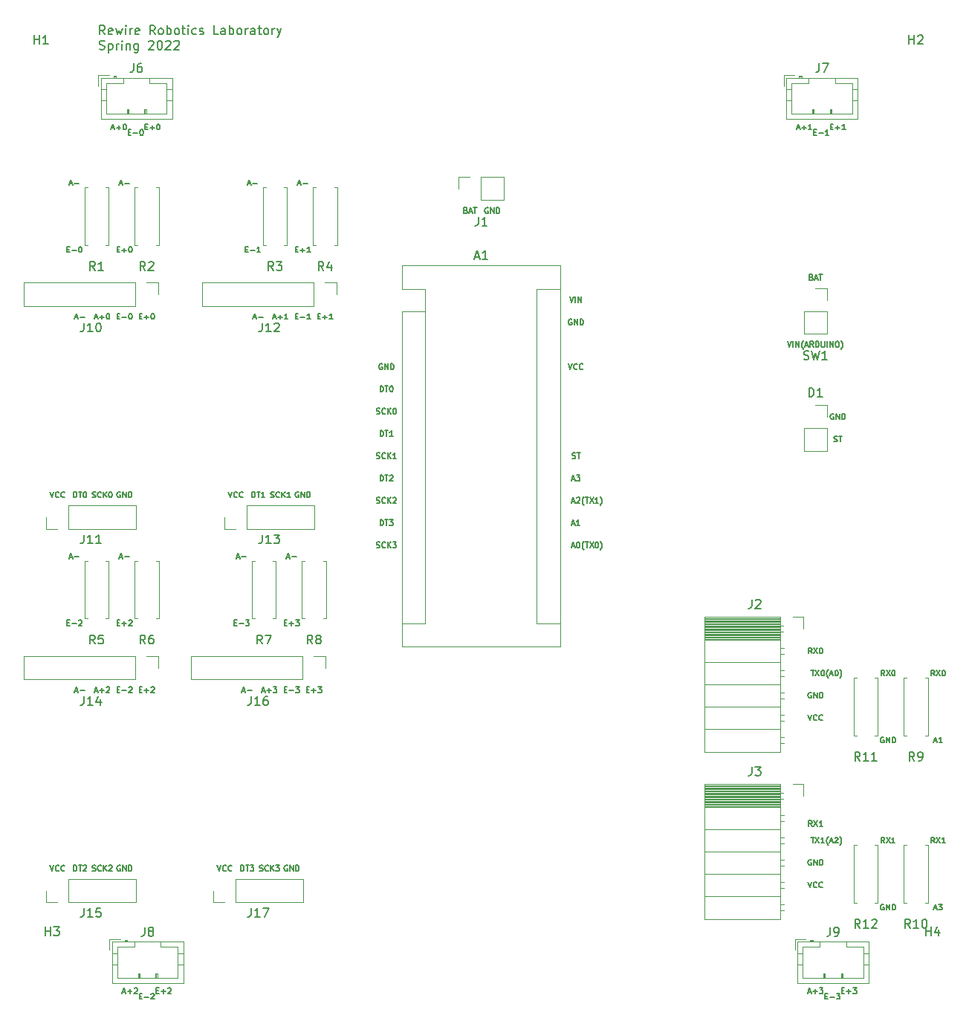
<source format=gbr>
%TF.GenerationSoftware,KiCad,Pcbnew,(5.1.9)-1*%
%TF.CreationDate,2022-01-30T23:42:19-06:00*%
%TF.ProjectId,V2_load_cell,56325f6c-6f61-4645-9f63-656c6c2e6b69,rev?*%
%TF.SameCoordinates,Original*%
%TF.FileFunction,Legend,Top*%
%TF.FilePolarity,Positive*%
%FSLAX46Y46*%
G04 Gerber Fmt 4.6, Leading zero omitted, Abs format (unit mm)*
G04 Created by KiCad (PCBNEW (5.1.9)-1) date 2022-01-30 23:42:19*
%MOMM*%
%LPD*%
G01*
G04 APERTURE LIST*
%ADD10C,0.203200*%
%ADD11C,0.127000*%
%ADD12C,0.120000*%
%ADD13C,0.150000*%
G04 APERTURE END LIST*
D10*
X26354556Y-14201019D02*
X26015889Y-13717209D01*
X25773984Y-14201019D02*
X25773984Y-13185019D01*
X26161032Y-13185019D01*
X26257794Y-13233400D01*
X26306175Y-13281780D01*
X26354556Y-13378542D01*
X26354556Y-13523685D01*
X26306175Y-13620447D01*
X26257794Y-13668828D01*
X26161032Y-13717209D01*
X25773984Y-13717209D01*
X27177032Y-14152638D02*
X27080270Y-14201019D01*
X26886746Y-14201019D01*
X26789984Y-14152638D01*
X26741603Y-14055876D01*
X26741603Y-13668828D01*
X26789984Y-13572066D01*
X26886746Y-13523685D01*
X27080270Y-13523685D01*
X27177032Y-13572066D01*
X27225413Y-13668828D01*
X27225413Y-13765590D01*
X26741603Y-13862352D01*
X27564080Y-13523685D02*
X27757603Y-14201019D01*
X27951127Y-13717209D01*
X28144651Y-14201019D01*
X28338175Y-13523685D01*
X28725222Y-14201019D02*
X28725222Y-13523685D01*
X28725222Y-13185019D02*
X28676841Y-13233400D01*
X28725222Y-13281780D01*
X28773603Y-13233400D01*
X28725222Y-13185019D01*
X28725222Y-13281780D01*
X29209032Y-14201019D02*
X29209032Y-13523685D01*
X29209032Y-13717209D02*
X29257413Y-13620447D01*
X29305794Y-13572066D01*
X29402556Y-13523685D01*
X29499318Y-13523685D01*
X30225032Y-14152638D02*
X30128270Y-14201019D01*
X29934746Y-14201019D01*
X29837984Y-14152638D01*
X29789603Y-14055876D01*
X29789603Y-13668828D01*
X29837984Y-13572066D01*
X29934746Y-13523685D01*
X30128270Y-13523685D01*
X30225032Y-13572066D01*
X30273413Y-13668828D01*
X30273413Y-13765590D01*
X29789603Y-13862352D01*
X32063508Y-14201019D02*
X31724841Y-13717209D01*
X31482937Y-14201019D02*
X31482937Y-13185019D01*
X31869984Y-13185019D01*
X31966746Y-13233400D01*
X32015127Y-13281780D01*
X32063508Y-13378542D01*
X32063508Y-13523685D01*
X32015127Y-13620447D01*
X31966746Y-13668828D01*
X31869984Y-13717209D01*
X31482937Y-13717209D01*
X32644080Y-14201019D02*
X32547318Y-14152638D01*
X32498937Y-14104257D01*
X32450556Y-14007495D01*
X32450556Y-13717209D01*
X32498937Y-13620447D01*
X32547318Y-13572066D01*
X32644080Y-13523685D01*
X32789222Y-13523685D01*
X32885984Y-13572066D01*
X32934365Y-13620447D01*
X32982746Y-13717209D01*
X32982746Y-14007495D01*
X32934365Y-14104257D01*
X32885984Y-14152638D01*
X32789222Y-14201019D01*
X32644080Y-14201019D01*
X33418175Y-14201019D02*
X33418175Y-13185019D01*
X33418175Y-13572066D02*
X33514937Y-13523685D01*
X33708460Y-13523685D01*
X33805222Y-13572066D01*
X33853603Y-13620447D01*
X33901984Y-13717209D01*
X33901984Y-14007495D01*
X33853603Y-14104257D01*
X33805222Y-14152638D01*
X33708460Y-14201019D01*
X33514937Y-14201019D01*
X33418175Y-14152638D01*
X34482556Y-14201019D02*
X34385794Y-14152638D01*
X34337413Y-14104257D01*
X34289032Y-14007495D01*
X34289032Y-13717209D01*
X34337413Y-13620447D01*
X34385794Y-13572066D01*
X34482556Y-13523685D01*
X34627699Y-13523685D01*
X34724460Y-13572066D01*
X34772841Y-13620447D01*
X34821222Y-13717209D01*
X34821222Y-14007495D01*
X34772841Y-14104257D01*
X34724460Y-14152638D01*
X34627699Y-14201019D01*
X34482556Y-14201019D01*
X35111508Y-13523685D02*
X35498556Y-13523685D01*
X35256651Y-13185019D02*
X35256651Y-14055876D01*
X35305032Y-14152638D01*
X35401794Y-14201019D01*
X35498556Y-14201019D01*
X35837222Y-14201019D02*
X35837222Y-13523685D01*
X35837222Y-13185019D02*
X35788841Y-13233400D01*
X35837222Y-13281780D01*
X35885603Y-13233400D01*
X35837222Y-13185019D01*
X35837222Y-13281780D01*
X36756460Y-14152638D02*
X36659699Y-14201019D01*
X36466175Y-14201019D01*
X36369413Y-14152638D01*
X36321032Y-14104257D01*
X36272651Y-14007495D01*
X36272651Y-13717209D01*
X36321032Y-13620447D01*
X36369413Y-13572066D01*
X36466175Y-13523685D01*
X36659699Y-13523685D01*
X36756460Y-13572066D01*
X37143508Y-14152638D02*
X37240270Y-14201019D01*
X37433794Y-14201019D01*
X37530556Y-14152638D01*
X37578937Y-14055876D01*
X37578937Y-14007495D01*
X37530556Y-13910733D01*
X37433794Y-13862352D01*
X37288651Y-13862352D01*
X37191889Y-13813971D01*
X37143508Y-13717209D01*
X37143508Y-13668828D01*
X37191889Y-13572066D01*
X37288651Y-13523685D01*
X37433794Y-13523685D01*
X37530556Y-13572066D01*
X39272270Y-14201019D02*
X38788460Y-14201019D01*
X38788460Y-13185019D01*
X40046365Y-14201019D02*
X40046365Y-13668828D01*
X39997984Y-13572066D01*
X39901222Y-13523685D01*
X39707699Y-13523685D01*
X39610937Y-13572066D01*
X40046365Y-14152638D02*
X39949603Y-14201019D01*
X39707699Y-14201019D01*
X39610937Y-14152638D01*
X39562556Y-14055876D01*
X39562556Y-13959114D01*
X39610937Y-13862352D01*
X39707699Y-13813971D01*
X39949603Y-13813971D01*
X40046365Y-13765590D01*
X40530175Y-14201019D02*
X40530175Y-13185019D01*
X40530175Y-13572066D02*
X40626937Y-13523685D01*
X40820460Y-13523685D01*
X40917222Y-13572066D01*
X40965603Y-13620447D01*
X41013984Y-13717209D01*
X41013984Y-14007495D01*
X40965603Y-14104257D01*
X40917222Y-14152638D01*
X40820460Y-14201019D01*
X40626937Y-14201019D01*
X40530175Y-14152638D01*
X41594556Y-14201019D02*
X41497794Y-14152638D01*
X41449413Y-14104257D01*
X41401032Y-14007495D01*
X41401032Y-13717209D01*
X41449413Y-13620447D01*
X41497794Y-13572066D01*
X41594556Y-13523685D01*
X41739699Y-13523685D01*
X41836460Y-13572066D01*
X41884841Y-13620447D01*
X41933222Y-13717209D01*
X41933222Y-14007495D01*
X41884841Y-14104257D01*
X41836460Y-14152638D01*
X41739699Y-14201019D01*
X41594556Y-14201019D01*
X42368651Y-14201019D02*
X42368651Y-13523685D01*
X42368651Y-13717209D02*
X42417032Y-13620447D01*
X42465413Y-13572066D01*
X42562175Y-13523685D01*
X42658937Y-13523685D01*
X43433032Y-14201019D02*
X43433032Y-13668828D01*
X43384651Y-13572066D01*
X43287889Y-13523685D01*
X43094365Y-13523685D01*
X42997603Y-13572066D01*
X43433032Y-14152638D02*
X43336270Y-14201019D01*
X43094365Y-14201019D01*
X42997603Y-14152638D01*
X42949222Y-14055876D01*
X42949222Y-13959114D01*
X42997603Y-13862352D01*
X43094365Y-13813971D01*
X43336270Y-13813971D01*
X43433032Y-13765590D01*
X43771699Y-13523685D02*
X44158746Y-13523685D01*
X43916841Y-13185019D02*
X43916841Y-14055876D01*
X43965222Y-14152638D01*
X44061984Y-14201019D01*
X44158746Y-14201019D01*
X44642556Y-14201019D02*
X44545794Y-14152638D01*
X44497413Y-14104257D01*
X44449032Y-14007495D01*
X44449032Y-13717209D01*
X44497413Y-13620447D01*
X44545794Y-13572066D01*
X44642556Y-13523685D01*
X44787699Y-13523685D01*
X44884460Y-13572066D01*
X44932841Y-13620447D01*
X44981222Y-13717209D01*
X44981222Y-14007495D01*
X44932841Y-14104257D01*
X44884460Y-14152638D01*
X44787699Y-14201019D01*
X44642556Y-14201019D01*
X45416651Y-14201019D02*
X45416651Y-13523685D01*
X45416651Y-13717209D02*
X45465032Y-13620447D01*
X45513413Y-13572066D01*
X45610175Y-13523685D01*
X45706937Y-13523685D01*
X45948841Y-13523685D02*
X46190746Y-14201019D01*
X46432651Y-13523685D02*
X46190746Y-14201019D01*
X46093984Y-14442923D01*
X46045603Y-14491304D01*
X45948841Y-14539685D01*
X25725603Y-15879838D02*
X25870746Y-15928219D01*
X26112651Y-15928219D01*
X26209413Y-15879838D01*
X26257794Y-15831457D01*
X26306175Y-15734695D01*
X26306175Y-15637933D01*
X26257794Y-15541171D01*
X26209413Y-15492790D01*
X26112651Y-15444409D01*
X25919127Y-15396028D01*
X25822365Y-15347647D01*
X25773984Y-15299266D01*
X25725603Y-15202504D01*
X25725603Y-15105742D01*
X25773984Y-15008980D01*
X25822365Y-14960600D01*
X25919127Y-14912219D01*
X26161032Y-14912219D01*
X26306175Y-14960600D01*
X26741603Y-15250885D02*
X26741603Y-16266885D01*
X26741603Y-15299266D02*
X26838365Y-15250885D01*
X27031889Y-15250885D01*
X27128651Y-15299266D01*
X27177032Y-15347647D01*
X27225413Y-15444409D01*
X27225413Y-15734695D01*
X27177032Y-15831457D01*
X27128651Y-15879838D01*
X27031889Y-15928219D01*
X26838365Y-15928219D01*
X26741603Y-15879838D01*
X27660841Y-15928219D02*
X27660841Y-15250885D01*
X27660841Y-15444409D02*
X27709222Y-15347647D01*
X27757603Y-15299266D01*
X27854365Y-15250885D01*
X27951127Y-15250885D01*
X28289794Y-15928219D02*
X28289794Y-15250885D01*
X28289794Y-14912219D02*
X28241413Y-14960600D01*
X28289794Y-15008980D01*
X28338175Y-14960600D01*
X28289794Y-14912219D01*
X28289794Y-15008980D01*
X28773603Y-15250885D02*
X28773603Y-15928219D01*
X28773603Y-15347647D02*
X28821984Y-15299266D01*
X28918746Y-15250885D01*
X29063889Y-15250885D01*
X29160651Y-15299266D01*
X29209032Y-15396028D01*
X29209032Y-15928219D01*
X30128270Y-15250885D02*
X30128270Y-16073361D01*
X30079889Y-16170123D01*
X30031508Y-16218504D01*
X29934746Y-16266885D01*
X29789603Y-16266885D01*
X29692841Y-16218504D01*
X30128270Y-15879838D02*
X30031508Y-15928219D01*
X29837984Y-15928219D01*
X29741222Y-15879838D01*
X29692841Y-15831457D01*
X29644460Y-15734695D01*
X29644460Y-15444409D01*
X29692841Y-15347647D01*
X29741222Y-15299266D01*
X29837984Y-15250885D01*
X30031508Y-15250885D01*
X30128270Y-15299266D01*
X31337794Y-15008980D02*
X31386175Y-14960600D01*
X31482937Y-14912219D01*
X31724841Y-14912219D01*
X31821603Y-14960600D01*
X31869984Y-15008980D01*
X31918365Y-15105742D01*
X31918365Y-15202504D01*
X31869984Y-15347647D01*
X31289413Y-15928219D01*
X31918365Y-15928219D01*
X32547318Y-14912219D02*
X32644080Y-14912219D01*
X32740841Y-14960600D01*
X32789222Y-15008980D01*
X32837603Y-15105742D01*
X32885984Y-15299266D01*
X32885984Y-15541171D01*
X32837603Y-15734695D01*
X32789222Y-15831457D01*
X32740841Y-15879838D01*
X32644080Y-15928219D01*
X32547318Y-15928219D01*
X32450556Y-15879838D01*
X32402175Y-15831457D01*
X32353794Y-15734695D01*
X32305413Y-15541171D01*
X32305413Y-15299266D01*
X32353794Y-15105742D01*
X32402175Y-15008980D01*
X32450556Y-14960600D01*
X32547318Y-14912219D01*
X33273032Y-15008980D02*
X33321413Y-14960600D01*
X33418175Y-14912219D01*
X33660080Y-14912219D01*
X33756841Y-14960600D01*
X33805222Y-15008980D01*
X33853603Y-15105742D01*
X33853603Y-15202504D01*
X33805222Y-15347647D01*
X33224651Y-15928219D01*
X33853603Y-15928219D01*
X34240651Y-15008980D02*
X34289032Y-14960600D01*
X34385794Y-14912219D01*
X34627699Y-14912219D01*
X34724460Y-14960600D01*
X34772841Y-15008980D01*
X34821222Y-15105742D01*
X34821222Y-15202504D01*
X34772841Y-15347647D01*
X34192270Y-15928219D01*
X34821222Y-15928219D01*
D11*
X104140000Y-49182261D02*
X104351666Y-49817261D01*
X104563333Y-49182261D01*
X104775000Y-49817261D02*
X104775000Y-49182261D01*
X105077380Y-49817261D02*
X105077380Y-49182261D01*
X105440238Y-49817261D01*
X105440238Y-49182261D01*
X105924047Y-50059166D02*
X105893809Y-50028928D01*
X105833333Y-49938214D01*
X105803095Y-49877738D01*
X105772857Y-49787023D01*
X105742619Y-49635833D01*
X105742619Y-49514880D01*
X105772857Y-49363690D01*
X105803095Y-49272976D01*
X105833333Y-49212500D01*
X105893809Y-49121785D01*
X105924047Y-49091547D01*
X106135714Y-49635833D02*
X106438095Y-49635833D01*
X106075238Y-49817261D02*
X106286904Y-49182261D01*
X106498571Y-49817261D01*
X107073095Y-49817261D02*
X106861428Y-49514880D01*
X106710238Y-49817261D02*
X106710238Y-49182261D01*
X106952142Y-49182261D01*
X107012619Y-49212500D01*
X107042857Y-49242738D01*
X107073095Y-49303214D01*
X107073095Y-49393928D01*
X107042857Y-49454404D01*
X107012619Y-49484642D01*
X106952142Y-49514880D01*
X106710238Y-49514880D01*
X107345238Y-49817261D02*
X107345238Y-49182261D01*
X107496428Y-49182261D01*
X107587142Y-49212500D01*
X107647619Y-49272976D01*
X107677857Y-49333452D01*
X107708095Y-49454404D01*
X107708095Y-49545119D01*
X107677857Y-49666071D01*
X107647619Y-49726547D01*
X107587142Y-49787023D01*
X107496428Y-49817261D01*
X107345238Y-49817261D01*
X107980238Y-49182261D02*
X107980238Y-49696309D01*
X108010476Y-49756785D01*
X108040714Y-49787023D01*
X108101190Y-49817261D01*
X108222142Y-49817261D01*
X108282619Y-49787023D01*
X108312857Y-49756785D01*
X108343095Y-49696309D01*
X108343095Y-49182261D01*
X108645476Y-49817261D02*
X108645476Y-49182261D01*
X108947857Y-49817261D02*
X108947857Y-49182261D01*
X109310714Y-49817261D01*
X109310714Y-49182261D01*
X109734047Y-49182261D02*
X109855000Y-49182261D01*
X109915476Y-49212500D01*
X109975952Y-49272976D01*
X110006190Y-49393928D01*
X110006190Y-49605595D01*
X109975952Y-49726547D01*
X109915476Y-49787023D01*
X109855000Y-49817261D01*
X109734047Y-49817261D01*
X109673571Y-49787023D01*
X109613095Y-49726547D01*
X109582857Y-49605595D01*
X109582857Y-49393928D01*
X109613095Y-49272976D01*
X109673571Y-49212500D01*
X109734047Y-49182261D01*
X110217857Y-50059166D02*
X110248095Y-50028928D01*
X110308571Y-49938214D01*
X110338809Y-49877738D01*
X110369047Y-49787023D01*
X110399285Y-49635833D01*
X110399285Y-49514880D01*
X110369047Y-49363690D01*
X110338809Y-49272976D01*
X110308571Y-49212500D01*
X110248095Y-49121785D01*
X110217857Y-49091547D01*
X106846309Y-41864642D02*
X106937023Y-41894880D01*
X106967261Y-41925119D01*
X106997500Y-41985595D01*
X106997500Y-42076309D01*
X106967261Y-42136785D01*
X106937023Y-42167023D01*
X106876547Y-42197261D01*
X106634642Y-42197261D01*
X106634642Y-41562261D01*
X106846309Y-41562261D01*
X106906785Y-41592500D01*
X106937023Y-41622738D01*
X106967261Y-41683214D01*
X106967261Y-41743690D01*
X106937023Y-41804166D01*
X106906785Y-41834404D01*
X106846309Y-41864642D01*
X106634642Y-41864642D01*
X107239404Y-42015833D02*
X107541785Y-42015833D01*
X107178928Y-42197261D02*
X107390595Y-41562261D01*
X107602261Y-42197261D01*
X107723214Y-41562261D02*
X108086071Y-41562261D01*
X107904642Y-42197261D02*
X107904642Y-41562261D01*
X109371190Y-57467500D02*
X109310714Y-57437261D01*
X109220000Y-57437261D01*
X109129285Y-57467500D01*
X109068809Y-57527976D01*
X109038571Y-57588452D01*
X109008333Y-57709404D01*
X109008333Y-57800119D01*
X109038571Y-57921071D01*
X109068809Y-57981547D01*
X109129285Y-58042023D01*
X109220000Y-58072261D01*
X109280476Y-58072261D01*
X109371190Y-58042023D01*
X109401428Y-58011785D01*
X109401428Y-57800119D01*
X109280476Y-57800119D01*
X109673571Y-58072261D02*
X109673571Y-57437261D01*
X110036428Y-58072261D01*
X110036428Y-57437261D01*
X110338809Y-58072261D02*
X110338809Y-57437261D01*
X110490000Y-57437261D01*
X110580714Y-57467500D01*
X110641190Y-57527976D01*
X110671428Y-57588452D01*
X110701666Y-57709404D01*
X110701666Y-57800119D01*
X110671428Y-57921071D01*
X110641190Y-57981547D01*
X110580714Y-58042023D01*
X110490000Y-58072261D01*
X110338809Y-58072261D01*
X109431666Y-60582023D02*
X109522380Y-60612261D01*
X109673571Y-60612261D01*
X109734047Y-60582023D01*
X109764285Y-60551785D01*
X109794523Y-60491309D01*
X109794523Y-60430833D01*
X109764285Y-60370357D01*
X109734047Y-60340119D01*
X109673571Y-60309880D01*
X109552619Y-60279642D01*
X109492142Y-60249404D01*
X109461904Y-60219166D01*
X109431666Y-60158690D01*
X109431666Y-60098214D01*
X109461904Y-60037738D01*
X109492142Y-60007500D01*
X109552619Y-59977261D01*
X109703809Y-59977261D01*
X109794523Y-60007500D01*
X109975952Y-59977261D02*
X110338809Y-59977261D01*
X110157380Y-60612261D02*
X110157380Y-59977261D01*
X79586666Y-62487023D02*
X79677380Y-62517261D01*
X79828571Y-62517261D01*
X79889047Y-62487023D01*
X79919285Y-62456785D01*
X79949523Y-62396309D01*
X79949523Y-62335833D01*
X79919285Y-62275357D01*
X79889047Y-62245119D01*
X79828571Y-62214880D01*
X79707619Y-62184642D01*
X79647142Y-62154404D01*
X79616904Y-62124166D01*
X79586666Y-62063690D01*
X79586666Y-62003214D01*
X79616904Y-61942738D01*
X79647142Y-61912500D01*
X79707619Y-61882261D01*
X79858809Y-61882261D01*
X79949523Y-61912500D01*
X80130952Y-61882261D02*
X80493809Y-61882261D01*
X80312380Y-62517261D02*
X80312380Y-61882261D01*
X115086190Y-113347500D02*
X115025714Y-113317261D01*
X114935000Y-113317261D01*
X114844285Y-113347500D01*
X114783809Y-113407976D01*
X114753571Y-113468452D01*
X114723333Y-113589404D01*
X114723333Y-113680119D01*
X114753571Y-113801071D01*
X114783809Y-113861547D01*
X114844285Y-113922023D01*
X114935000Y-113952261D01*
X114995476Y-113952261D01*
X115086190Y-113922023D01*
X115116428Y-113891785D01*
X115116428Y-113680119D01*
X114995476Y-113680119D01*
X115388571Y-113952261D02*
X115388571Y-113317261D01*
X115751428Y-113952261D01*
X115751428Y-113317261D01*
X116053809Y-113952261D02*
X116053809Y-113317261D01*
X116205000Y-113317261D01*
X116295714Y-113347500D01*
X116356190Y-113407976D01*
X116386428Y-113468452D01*
X116416666Y-113589404D01*
X116416666Y-113680119D01*
X116386428Y-113801071D01*
X116356190Y-113861547D01*
X116295714Y-113922023D01*
X116205000Y-113952261D01*
X116053809Y-113952261D01*
X120831428Y-113770833D02*
X121133809Y-113770833D01*
X120770952Y-113952261D02*
X120982619Y-113317261D01*
X121194285Y-113952261D01*
X121345476Y-113317261D02*
X121738571Y-113317261D01*
X121526904Y-113559166D01*
X121617619Y-113559166D01*
X121678095Y-113589404D01*
X121708333Y-113619642D01*
X121738571Y-113680119D01*
X121738571Y-113831309D01*
X121708333Y-113891785D01*
X121678095Y-113922023D01*
X121617619Y-113952261D01*
X121436190Y-113952261D01*
X121375714Y-113922023D01*
X121345476Y-113891785D01*
X120876785Y-106332261D02*
X120665119Y-106029880D01*
X120513928Y-106332261D02*
X120513928Y-105697261D01*
X120755833Y-105697261D01*
X120816309Y-105727500D01*
X120846547Y-105757738D01*
X120876785Y-105818214D01*
X120876785Y-105908928D01*
X120846547Y-105969404D01*
X120816309Y-105999642D01*
X120755833Y-106029880D01*
X120513928Y-106029880D01*
X121088452Y-105697261D02*
X121511785Y-106332261D01*
X121511785Y-105697261D02*
X121088452Y-106332261D01*
X122086309Y-106332261D02*
X121723452Y-106332261D01*
X121904880Y-106332261D02*
X121904880Y-105697261D01*
X121844404Y-105787976D01*
X121783928Y-105848452D01*
X121723452Y-105878690D01*
X115161785Y-106332261D02*
X114950119Y-106029880D01*
X114798928Y-106332261D02*
X114798928Y-105697261D01*
X115040833Y-105697261D01*
X115101309Y-105727500D01*
X115131547Y-105757738D01*
X115161785Y-105818214D01*
X115161785Y-105908928D01*
X115131547Y-105969404D01*
X115101309Y-105999642D01*
X115040833Y-106029880D01*
X114798928Y-106029880D01*
X115373452Y-105697261D02*
X115796785Y-106332261D01*
X115796785Y-105697261D02*
X115373452Y-106332261D01*
X116371309Y-106332261D02*
X116008452Y-106332261D01*
X116189880Y-106332261D02*
X116189880Y-105697261D01*
X116129404Y-105787976D01*
X116068928Y-105848452D01*
X116008452Y-105878690D01*
X115086190Y-94297500D02*
X115025714Y-94267261D01*
X114935000Y-94267261D01*
X114844285Y-94297500D01*
X114783809Y-94357976D01*
X114753571Y-94418452D01*
X114723333Y-94539404D01*
X114723333Y-94630119D01*
X114753571Y-94751071D01*
X114783809Y-94811547D01*
X114844285Y-94872023D01*
X114935000Y-94902261D01*
X114995476Y-94902261D01*
X115086190Y-94872023D01*
X115116428Y-94841785D01*
X115116428Y-94630119D01*
X114995476Y-94630119D01*
X115388571Y-94902261D02*
X115388571Y-94267261D01*
X115751428Y-94902261D01*
X115751428Y-94267261D01*
X116053809Y-94902261D02*
X116053809Y-94267261D01*
X116205000Y-94267261D01*
X116295714Y-94297500D01*
X116356190Y-94357976D01*
X116386428Y-94418452D01*
X116416666Y-94539404D01*
X116416666Y-94630119D01*
X116386428Y-94751071D01*
X116356190Y-94811547D01*
X116295714Y-94872023D01*
X116205000Y-94902261D01*
X116053809Y-94902261D01*
X120831428Y-94720833D02*
X121133809Y-94720833D01*
X120770952Y-94902261D02*
X120982619Y-94267261D01*
X121194285Y-94902261D01*
X121738571Y-94902261D02*
X121375714Y-94902261D01*
X121557142Y-94902261D02*
X121557142Y-94267261D01*
X121496666Y-94357976D01*
X121436190Y-94418452D01*
X121375714Y-94448690D01*
X120876785Y-87282261D02*
X120665119Y-86979880D01*
X120513928Y-87282261D02*
X120513928Y-86647261D01*
X120755833Y-86647261D01*
X120816309Y-86677500D01*
X120846547Y-86707738D01*
X120876785Y-86768214D01*
X120876785Y-86858928D01*
X120846547Y-86919404D01*
X120816309Y-86949642D01*
X120755833Y-86979880D01*
X120513928Y-86979880D01*
X121088452Y-86647261D02*
X121511785Y-87282261D01*
X121511785Y-86647261D02*
X121088452Y-87282261D01*
X121874642Y-86647261D02*
X121935119Y-86647261D01*
X121995595Y-86677500D01*
X122025833Y-86707738D01*
X122056071Y-86768214D01*
X122086309Y-86889166D01*
X122086309Y-87040357D01*
X122056071Y-87161309D01*
X122025833Y-87221785D01*
X121995595Y-87252023D01*
X121935119Y-87282261D01*
X121874642Y-87282261D01*
X121814166Y-87252023D01*
X121783928Y-87221785D01*
X121753690Y-87161309D01*
X121723452Y-87040357D01*
X121723452Y-86889166D01*
X121753690Y-86768214D01*
X121783928Y-86707738D01*
X121814166Y-86677500D01*
X121874642Y-86647261D01*
X115161785Y-87282261D02*
X114950119Y-86979880D01*
X114798928Y-87282261D02*
X114798928Y-86647261D01*
X115040833Y-86647261D01*
X115101309Y-86677500D01*
X115131547Y-86707738D01*
X115161785Y-86768214D01*
X115161785Y-86858928D01*
X115131547Y-86919404D01*
X115101309Y-86949642D01*
X115040833Y-86979880D01*
X114798928Y-86979880D01*
X115373452Y-86647261D02*
X115796785Y-87282261D01*
X115796785Y-86647261D02*
X115373452Y-87282261D01*
X116159642Y-86647261D02*
X116220119Y-86647261D01*
X116280595Y-86677500D01*
X116310833Y-86707738D01*
X116341071Y-86768214D01*
X116371309Y-86889166D01*
X116371309Y-87040357D01*
X116341071Y-87161309D01*
X116310833Y-87221785D01*
X116280595Y-87252023D01*
X116220119Y-87282261D01*
X116159642Y-87282261D01*
X116099166Y-87252023D01*
X116068928Y-87221785D01*
X116038690Y-87161309D01*
X116008452Y-87040357D01*
X116008452Y-86889166D01*
X116038690Y-86768214D01*
X116068928Y-86707738D01*
X116099166Y-86677500D01*
X116159642Y-86647261D01*
X106468333Y-110777261D02*
X106680000Y-111412261D01*
X106891666Y-110777261D01*
X107466190Y-111351785D02*
X107435952Y-111382023D01*
X107345238Y-111412261D01*
X107284761Y-111412261D01*
X107194047Y-111382023D01*
X107133571Y-111321547D01*
X107103333Y-111261071D01*
X107073095Y-111140119D01*
X107073095Y-111049404D01*
X107103333Y-110928452D01*
X107133571Y-110867976D01*
X107194047Y-110807500D01*
X107284761Y-110777261D01*
X107345238Y-110777261D01*
X107435952Y-110807500D01*
X107466190Y-110837738D01*
X108101190Y-111351785D02*
X108070952Y-111382023D01*
X107980238Y-111412261D01*
X107919761Y-111412261D01*
X107829047Y-111382023D01*
X107768571Y-111321547D01*
X107738333Y-111261071D01*
X107708095Y-111140119D01*
X107708095Y-111049404D01*
X107738333Y-110928452D01*
X107768571Y-110867976D01*
X107829047Y-110807500D01*
X107919761Y-110777261D01*
X107980238Y-110777261D01*
X108070952Y-110807500D01*
X108101190Y-110837738D01*
X106831190Y-108267500D02*
X106770714Y-108237261D01*
X106680000Y-108237261D01*
X106589285Y-108267500D01*
X106528809Y-108327976D01*
X106498571Y-108388452D01*
X106468333Y-108509404D01*
X106468333Y-108600119D01*
X106498571Y-108721071D01*
X106528809Y-108781547D01*
X106589285Y-108842023D01*
X106680000Y-108872261D01*
X106740476Y-108872261D01*
X106831190Y-108842023D01*
X106861428Y-108811785D01*
X106861428Y-108600119D01*
X106740476Y-108600119D01*
X107133571Y-108872261D02*
X107133571Y-108237261D01*
X107496428Y-108872261D01*
X107496428Y-108237261D01*
X107798809Y-108872261D02*
X107798809Y-108237261D01*
X107950000Y-108237261D01*
X108040714Y-108267500D01*
X108101190Y-108327976D01*
X108131428Y-108388452D01*
X108161666Y-108509404D01*
X108161666Y-108600119D01*
X108131428Y-108721071D01*
X108101190Y-108781547D01*
X108040714Y-108842023D01*
X107950000Y-108872261D01*
X107798809Y-108872261D01*
X106800952Y-105697261D02*
X107163809Y-105697261D01*
X106982380Y-106332261D02*
X106982380Y-105697261D01*
X107315000Y-105697261D02*
X107738333Y-106332261D01*
X107738333Y-105697261D02*
X107315000Y-106332261D01*
X108312857Y-106332261D02*
X107950000Y-106332261D01*
X108131428Y-106332261D02*
X108131428Y-105697261D01*
X108070952Y-105787976D01*
X108010476Y-105848452D01*
X107950000Y-105878690D01*
X108766428Y-106574166D02*
X108736190Y-106543928D01*
X108675714Y-106453214D01*
X108645476Y-106392738D01*
X108615238Y-106302023D01*
X108585000Y-106150833D01*
X108585000Y-106029880D01*
X108615238Y-105878690D01*
X108645476Y-105787976D01*
X108675714Y-105727500D01*
X108736190Y-105636785D01*
X108766428Y-105606547D01*
X108978095Y-106150833D02*
X109280476Y-106150833D01*
X108917619Y-106332261D02*
X109129285Y-105697261D01*
X109340952Y-106332261D01*
X109522380Y-105757738D02*
X109552619Y-105727500D01*
X109613095Y-105697261D01*
X109764285Y-105697261D01*
X109824761Y-105727500D01*
X109855000Y-105757738D01*
X109885238Y-105818214D01*
X109885238Y-105878690D01*
X109855000Y-105969404D01*
X109492142Y-106332261D01*
X109885238Y-106332261D01*
X110096904Y-106574166D02*
X110127142Y-106543928D01*
X110187619Y-106453214D01*
X110217857Y-106392738D01*
X110248095Y-106302023D01*
X110278333Y-106150833D01*
X110278333Y-106029880D01*
X110248095Y-105878690D01*
X110217857Y-105787976D01*
X110187619Y-105727500D01*
X110127142Y-105636785D01*
X110096904Y-105606547D01*
X106906785Y-104427261D02*
X106695119Y-104124880D01*
X106543928Y-104427261D02*
X106543928Y-103792261D01*
X106785833Y-103792261D01*
X106846309Y-103822500D01*
X106876547Y-103852738D01*
X106906785Y-103913214D01*
X106906785Y-104003928D01*
X106876547Y-104064404D01*
X106846309Y-104094642D01*
X106785833Y-104124880D01*
X106543928Y-104124880D01*
X107118452Y-103792261D02*
X107541785Y-104427261D01*
X107541785Y-103792261D02*
X107118452Y-104427261D01*
X108116309Y-104427261D02*
X107753452Y-104427261D01*
X107934880Y-104427261D02*
X107934880Y-103792261D01*
X107874404Y-103882976D01*
X107813928Y-103943452D01*
X107753452Y-103973690D01*
X106468333Y-91727261D02*
X106680000Y-92362261D01*
X106891666Y-91727261D01*
X107466190Y-92301785D02*
X107435952Y-92332023D01*
X107345238Y-92362261D01*
X107284761Y-92362261D01*
X107194047Y-92332023D01*
X107133571Y-92271547D01*
X107103333Y-92211071D01*
X107073095Y-92090119D01*
X107073095Y-91999404D01*
X107103333Y-91878452D01*
X107133571Y-91817976D01*
X107194047Y-91757500D01*
X107284761Y-91727261D01*
X107345238Y-91727261D01*
X107435952Y-91757500D01*
X107466190Y-91787738D01*
X108101190Y-92301785D02*
X108070952Y-92332023D01*
X107980238Y-92362261D01*
X107919761Y-92362261D01*
X107829047Y-92332023D01*
X107768571Y-92271547D01*
X107738333Y-92211071D01*
X107708095Y-92090119D01*
X107708095Y-91999404D01*
X107738333Y-91878452D01*
X107768571Y-91817976D01*
X107829047Y-91757500D01*
X107919761Y-91727261D01*
X107980238Y-91727261D01*
X108070952Y-91757500D01*
X108101190Y-91787738D01*
X106831190Y-89217500D02*
X106770714Y-89187261D01*
X106680000Y-89187261D01*
X106589285Y-89217500D01*
X106528809Y-89277976D01*
X106498571Y-89338452D01*
X106468333Y-89459404D01*
X106468333Y-89550119D01*
X106498571Y-89671071D01*
X106528809Y-89731547D01*
X106589285Y-89792023D01*
X106680000Y-89822261D01*
X106740476Y-89822261D01*
X106831190Y-89792023D01*
X106861428Y-89761785D01*
X106861428Y-89550119D01*
X106740476Y-89550119D01*
X107133571Y-89822261D02*
X107133571Y-89187261D01*
X107496428Y-89822261D01*
X107496428Y-89187261D01*
X107798809Y-89822261D02*
X107798809Y-89187261D01*
X107950000Y-89187261D01*
X108040714Y-89217500D01*
X108101190Y-89277976D01*
X108131428Y-89338452D01*
X108161666Y-89459404D01*
X108161666Y-89550119D01*
X108131428Y-89671071D01*
X108101190Y-89731547D01*
X108040714Y-89792023D01*
X107950000Y-89822261D01*
X107798809Y-89822261D01*
X106800952Y-86647261D02*
X107163809Y-86647261D01*
X106982380Y-87282261D02*
X106982380Y-86647261D01*
X107315000Y-86647261D02*
X107738333Y-87282261D01*
X107738333Y-86647261D02*
X107315000Y-87282261D01*
X108101190Y-86647261D02*
X108161666Y-86647261D01*
X108222142Y-86677500D01*
X108252380Y-86707738D01*
X108282619Y-86768214D01*
X108312857Y-86889166D01*
X108312857Y-87040357D01*
X108282619Y-87161309D01*
X108252380Y-87221785D01*
X108222142Y-87252023D01*
X108161666Y-87282261D01*
X108101190Y-87282261D01*
X108040714Y-87252023D01*
X108010476Y-87221785D01*
X107980238Y-87161309D01*
X107950000Y-87040357D01*
X107950000Y-86889166D01*
X107980238Y-86768214D01*
X108010476Y-86707738D01*
X108040714Y-86677500D01*
X108101190Y-86647261D01*
X108766428Y-87524166D02*
X108736190Y-87493928D01*
X108675714Y-87403214D01*
X108645476Y-87342738D01*
X108615238Y-87252023D01*
X108585000Y-87100833D01*
X108585000Y-86979880D01*
X108615238Y-86828690D01*
X108645476Y-86737976D01*
X108675714Y-86677500D01*
X108736190Y-86586785D01*
X108766428Y-86556547D01*
X108978095Y-87100833D02*
X109280476Y-87100833D01*
X108917619Y-87282261D02*
X109129285Y-86647261D01*
X109340952Y-87282261D01*
X109673571Y-86647261D02*
X109734047Y-86647261D01*
X109794523Y-86677500D01*
X109824761Y-86707738D01*
X109855000Y-86768214D01*
X109885238Y-86889166D01*
X109885238Y-87040357D01*
X109855000Y-87161309D01*
X109824761Y-87221785D01*
X109794523Y-87252023D01*
X109734047Y-87282261D01*
X109673571Y-87282261D01*
X109613095Y-87252023D01*
X109582857Y-87221785D01*
X109552619Y-87161309D01*
X109522380Y-87040357D01*
X109522380Y-86889166D01*
X109552619Y-86768214D01*
X109582857Y-86707738D01*
X109613095Y-86677500D01*
X109673571Y-86647261D01*
X110096904Y-87524166D02*
X110127142Y-87493928D01*
X110187619Y-87403214D01*
X110217857Y-87342738D01*
X110248095Y-87252023D01*
X110278333Y-87100833D01*
X110278333Y-86979880D01*
X110248095Y-86828690D01*
X110217857Y-86737976D01*
X110187619Y-86677500D01*
X110127142Y-86586785D01*
X110096904Y-86556547D01*
X106906785Y-84742261D02*
X106695119Y-84439880D01*
X106543928Y-84742261D02*
X106543928Y-84107261D01*
X106785833Y-84107261D01*
X106846309Y-84137500D01*
X106876547Y-84167738D01*
X106906785Y-84228214D01*
X106906785Y-84318928D01*
X106876547Y-84379404D01*
X106846309Y-84409642D01*
X106785833Y-84439880D01*
X106543928Y-84439880D01*
X107118452Y-84107261D02*
X107541785Y-84742261D01*
X107541785Y-84107261D02*
X107118452Y-84742261D01*
X107904642Y-84107261D02*
X107965119Y-84107261D01*
X108025595Y-84137500D01*
X108055833Y-84167738D01*
X108086071Y-84228214D01*
X108116309Y-84349166D01*
X108116309Y-84500357D01*
X108086071Y-84621309D01*
X108055833Y-84681785D01*
X108025595Y-84712023D01*
X107965119Y-84742261D01*
X107904642Y-84742261D01*
X107844166Y-84712023D01*
X107813928Y-84681785D01*
X107783690Y-84621309D01*
X107753452Y-84500357D01*
X107753452Y-84349166D01*
X107783690Y-84228214D01*
X107813928Y-84167738D01*
X107844166Y-84137500D01*
X107904642Y-84107261D01*
X79556428Y-67415833D02*
X79858809Y-67415833D01*
X79495952Y-67597261D02*
X79707619Y-66962261D01*
X79919285Y-67597261D01*
X80100714Y-67022738D02*
X80130952Y-66992500D01*
X80191428Y-66962261D01*
X80342619Y-66962261D01*
X80403095Y-66992500D01*
X80433333Y-67022738D01*
X80463571Y-67083214D01*
X80463571Y-67143690D01*
X80433333Y-67234404D01*
X80070476Y-67597261D01*
X80463571Y-67597261D01*
X80917142Y-67839166D02*
X80886904Y-67808928D01*
X80826428Y-67718214D01*
X80796190Y-67657738D01*
X80765952Y-67567023D01*
X80735714Y-67415833D01*
X80735714Y-67294880D01*
X80765952Y-67143690D01*
X80796190Y-67052976D01*
X80826428Y-66992500D01*
X80886904Y-66901785D01*
X80917142Y-66871547D01*
X81068333Y-66962261D02*
X81431190Y-66962261D01*
X81249761Y-67597261D02*
X81249761Y-66962261D01*
X81582380Y-66962261D02*
X82005714Y-67597261D01*
X82005714Y-66962261D02*
X81582380Y-67597261D01*
X82580238Y-67597261D02*
X82217380Y-67597261D01*
X82398809Y-67597261D02*
X82398809Y-66962261D01*
X82338333Y-67052976D01*
X82277857Y-67113452D01*
X82217380Y-67143690D01*
X82791904Y-67839166D02*
X82822142Y-67808928D01*
X82882619Y-67718214D01*
X82912857Y-67657738D01*
X82943095Y-67567023D01*
X82973333Y-67415833D01*
X82973333Y-67294880D01*
X82943095Y-67143690D01*
X82912857Y-67052976D01*
X82882619Y-66992500D01*
X82822142Y-66901785D01*
X82791904Y-66871547D01*
X79556428Y-72495833D02*
X79858809Y-72495833D01*
X79495952Y-72677261D02*
X79707619Y-72042261D01*
X79919285Y-72677261D01*
X80251904Y-72042261D02*
X80312380Y-72042261D01*
X80372857Y-72072500D01*
X80403095Y-72102738D01*
X80433333Y-72163214D01*
X80463571Y-72284166D01*
X80463571Y-72435357D01*
X80433333Y-72556309D01*
X80403095Y-72616785D01*
X80372857Y-72647023D01*
X80312380Y-72677261D01*
X80251904Y-72677261D01*
X80191428Y-72647023D01*
X80161190Y-72616785D01*
X80130952Y-72556309D01*
X80100714Y-72435357D01*
X80100714Y-72284166D01*
X80130952Y-72163214D01*
X80161190Y-72102738D01*
X80191428Y-72072500D01*
X80251904Y-72042261D01*
X80917142Y-72919166D02*
X80886904Y-72888928D01*
X80826428Y-72798214D01*
X80796190Y-72737738D01*
X80765952Y-72647023D01*
X80735714Y-72495833D01*
X80735714Y-72374880D01*
X80765952Y-72223690D01*
X80796190Y-72132976D01*
X80826428Y-72072500D01*
X80886904Y-71981785D01*
X80917142Y-71951547D01*
X81068333Y-72042261D02*
X81431190Y-72042261D01*
X81249761Y-72677261D02*
X81249761Y-72042261D01*
X81582380Y-72042261D02*
X82005714Y-72677261D01*
X82005714Y-72042261D02*
X81582380Y-72677261D01*
X82368571Y-72042261D02*
X82429047Y-72042261D01*
X82489523Y-72072500D01*
X82519761Y-72102738D01*
X82550000Y-72163214D01*
X82580238Y-72284166D01*
X82580238Y-72435357D01*
X82550000Y-72556309D01*
X82519761Y-72616785D01*
X82489523Y-72647023D01*
X82429047Y-72677261D01*
X82368571Y-72677261D01*
X82308095Y-72647023D01*
X82277857Y-72616785D01*
X82247619Y-72556309D01*
X82217380Y-72435357D01*
X82217380Y-72284166D01*
X82247619Y-72163214D01*
X82277857Y-72102738D01*
X82308095Y-72072500D01*
X82368571Y-72042261D01*
X82791904Y-72919166D02*
X82822142Y-72888928D01*
X82882619Y-72798214D01*
X82912857Y-72737738D01*
X82943095Y-72647023D01*
X82973333Y-72495833D01*
X82973333Y-72374880D01*
X82943095Y-72223690D01*
X82912857Y-72132976D01*
X82882619Y-72072500D01*
X82822142Y-71981785D01*
X82791904Y-71951547D01*
X79556428Y-69955833D02*
X79858809Y-69955833D01*
X79495952Y-70137261D02*
X79707619Y-69502261D01*
X79919285Y-70137261D01*
X80463571Y-70137261D02*
X80100714Y-70137261D01*
X80282142Y-70137261D02*
X80282142Y-69502261D01*
X80221666Y-69592976D01*
X80161190Y-69653452D01*
X80100714Y-69683690D01*
X79556428Y-64875833D02*
X79858809Y-64875833D01*
X79495952Y-65057261D02*
X79707619Y-64422261D01*
X79919285Y-65057261D01*
X80070476Y-64422261D02*
X80463571Y-64422261D01*
X80251904Y-64664166D01*
X80342619Y-64664166D01*
X80403095Y-64694404D01*
X80433333Y-64724642D01*
X80463571Y-64785119D01*
X80463571Y-64936309D01*
X80433333Y-64996785D01*
X80403095Y-65027023D01*
X80342619Y-65057261D01*
X80161190Y-65057261D01*
X80100714Y-65027023D01*
X80070476Y-64996785D01*
X79163333Y-51722261D02*
X79375000Y-52357261D01*
X79586666Y-51722261D01*
X80161190Y-52296785D02*
X80130952Y-52327023D01*
X80040238Y-52357261D01*
X79979761Y-52357261D01*
X79889047Y-52327023D01*
X79828571Y-52266547D01*
X79798333Y-52206071D01*
X79768095Y-52085119D01*
X79768095Y-51994404D01*
X79798333Y-51873452D01*
X79828571Y-51812976D01*
X79889047Y-51752500D01*
X79979761Y-51722261D01*
X80040238Y-51722261D01*
X80130952Y-51752500D01*
X80161190Y-51782738D01*
X80796190Y-52296785D02*
X80765952Y-52327023D01*
X80675238Y-52357261D01*
X80614761Y-52357261D01*
X80524047Y-52327023D01*
X80463571Y-52266547D01*
X80433333Y-52206071D01*
X80403095Y-52085119D01*
X80403095Y-51994404D01*
X80433333Y-51873452D01*
X80463571Y-51812976D01*
X80524047Y-51752500D01*
X80614761Y-51722261D01*
X80675238Y-51722261D01*
X80765952Y-51752500D01*
X80796190Y-51782738D01*
X79314523Y-44102261D02*
X79526190Y-44737261D01*
X79737857Y-44102261D01*
X79949523Y-44737261D02*
X79949523Y-44102261D01*
X80251904Y-44737261D02*
X80251904Y-44102261D01*
X80614761Y-44737261D01*
X80614761Y-44102261D01*
X79526190Y-46672500D02*
X79465714Y-46642261D01*
X79375000Y-46642261D01*
X79284285Y-46672500D01*
X79223809Y-46732976D01*
X79193571Y-46793452D01*
X79163333Y-46914404D01*
X79163333Y-47005119D01*
X79193571Y-47126071D01*
X79223809Y-47186547D01*
X79284285Y-47247023D01*
X79375000Y-47277261D01*
X79435476Y-47277261D01*
X79526190Y-47247023D01*
X79556428Y-47216785D01*
X79556428Y-47005119D01*
X79435476Y-47005119D01*
X79828571Y-47277261D02*
X79828571Y-46642261D01*
X80191428Y-47277261D01*
X80191428Y-46642261D01*
X80493809Y-47277261D02*
X80493809Y-46642261D01*
X80645000Y-46642261D01*
X80735714Y-46672500D01*
X80796190Y-46732976D01*
X80826428Y-46793452D01*
X80856666Y-46914404D01*
X80856666Y-47005119D01*
X80826428Y-47126071D01*
X80796190Y-47186547D01*
X80735714Y-47247023D01*
X80645000Y-47277261D01*
X80493809Y-47277261D01*
X57709404Y-70137261D02*
X57709404Y-69502261D01*
X57860595Y-69502261D01*
X57951309Y-69532500D01*
X58011785Y-69592976D01*
X58042023Y-69653452D01*
X58072261Y-69774404D01*
X58072261Y-69865119D01*
X58042023Y-69986071D01*
X58011785Y-70046547D01*
X57951309Y-70107023D01*
X57860595Y-70137261D01*
X57709404Y-70137261D01*
X58253690Y-69502261D02*
X58616547Y-69502261D01*
X58435119Y-70137261D02*
X58435119Y-69502261D01*
X58767738Y-69502261D02*
X59160833Y-69502261D01*
X58949166Y-69744166D01*
X59039880Y-69744166D01*
X59100357Y-69774404D01*
X59130595Y-69804642D01*
X59160833Y-69865119D01*
X59160833Y-70016309D01*
X59130595Y-70076785D01*
X59100357Y-70107023D01*
X59039880Y-70137261D01*
X58858452Y-70137261D01*
X58797976Y-70107023D01*
X58767738Y-70076785D01*
X57301190Y-72647023D02*
X57391904Y-72677261D01*
X57543095Y-72677261D01*
X57603571Y-72647023D01*
X57633809Y-72616785D01*
X57664047Y-72556309D01*
X57664047Y-72495833D01*
X57633809Y-72435357D01*
X57603571Y-72405119D01*
X57543095Y-72374880D01*
X57422142Y-72344642D01*
X57361666Y-72314404D01*
X57331428Y-72284166D01*
X57301190Y-72223690D01*
X57301190Y-72163214D01*
X57331428Y-72102738D01*
X57361666Y-72072500D01*
X57422142Y-72042261D01*
X57573333Y-72042261D01*
X57664047Y-72072500D01*
X58299047Y-72616785D02*
X58268809Y-72647023D01*
X58178095Y-72677261D01*
X58117619Y-72677261D01*
X58026904Y-72647023D01*
X57966428Y-72586547D01*
X57936190Y-72526071D01*
X57905952Y-72405119D01*
X57905952Y-72314404D01*
X57936190Y-72193452D01*
X57966428Y-72132976D01*
X58026904Y-72072500D01*
X58117619Y-72042261D01*
X58178095Y-72042261D01*
X58268809Y-72072500D01*
X58299047Y-72102738D01*
X58571190Y-72677261D02*
X58571190Y-72042261D01*
X58934047Y-72677261D02*
X58661904Y-72314404D01*
X58934047Y-72042261D02*
X58571190Y-72405119D01*
X59145714Y-72042261D02*
X59538809Y-72042261D01*
X59327142Y-72284166D01*
X59417857Y-72284166D01*
X59478333Y-72314404D01*
X59508571Y-72344642D01*
X59538809Y-72405119D01*
X59538809Y-72556309D01*
X59508571Y-72616785D01*
X59478333Y-72647023D01*
X59417857Y-72677261D01*
X59236428Y-72677261D01*
X59175952Y-72647023D01*
X59145714Y-72616785D01*
X57709404Y-65057261D02*
X57709404Y-64422261D01*
X57860595Y-64422261D01*
X57951309Y-64452500D01*
X58011785Y-64512976D01*
X58042023Y-64573452D01*
X58072261Y-64694404D01*
X58072261Y-64785119D01*
X58042023Y-64906071D01*
X58011785Y-64966547D01*
X57951309Y-65027023D01*
X57860595Y-65057261D01*
X57709404Y-65057261D01*
X58253690Y-64422261D02*
X58616547Y-64422261D01*
X58435119Y-65057261D02*
X58435119Y-64422261D01*
X58797976Y-64482738D02*
X58828214Y-64452500D01*
X58888690Y-64422261D01*
X59039880Y-64422261D01*
X59100357Y-64452500D01*
X59130595Y-64482738D01*
X59160833Y-64543214D01*
X59160833Y-64603690D01*
X59130595Y-64694404D01*
X58767738Y-65057261D01*
X59160833Y-65057261D01*
X57301190Y-67567023D02*
X57391904Y-67597261D01*
X57543095Y-67597261D01*
X57603571Y-67567023D01*
X57633809Y-67536785D01*
X57664047Y-67476309D01*
X57664047Y-67415833D01*
X57633809Y-67355357D01*
X57603571Y-67325119D01*
X57543095Y-67294880D01*
X57422142Y-67264642D01*
X57361666Y-67234404D01*
X57331428Y-67204166D01*
X57301190Y-67143690D01*
X57301190Y-67083214D01*
X57331428Y-67022738D01*
X57361666Y-66992500D01*
X57422142Y-66962261D01*
X57573333Y-66962261D01*
X57664047Y-66992500D01*
X58299047Y-67536785D02*
X58268809Y-67567023D01*
X58178095Y-67597261D01*
X58117619Y-67597261D01*
X58026904Y-67567023D01*
X57966428Y-67506547D01*
X57936190Y-67446071D01*
X57905952Y-67325119D01*
X57905952Y-67234404D01*
X57936190Y-67113452D01*
X57966428Y-67052976D01*
X58026904Y-66992500D01*
X58117619Y-66962261D01*
X58178095Y-66962261D01*
X58268809Y-66992500D01*
X58299047Y-67022738D01*
X58571190Y-67597261D02*
X58571190Y-66962261D01*
X58934047Y-67597261D02*
X58661904Y-67234404D01*
X58934047Y-66962261D02*
X58571190Y-67325119D01*
X59175952Y-67022738D02*
X59206190Y-66992500D01*
X59266666Y-66962261D01*
X59417857Y-66962261D01*
X59478333Y-66992500D01*
X59508571Y-67022738D01*
X59538809Y-67083214D01*
X59538809Y-67143690D01*
X59508571Y-67234404D01*
X59145714Y-67597261D01*
X59538809Y-67597261D01*
X57709404Y-59977261D02*
X57709404Y-59342261D01*
X57860595Y-59342261D01*
X57951309Y-59372500D01*
X58011785Y-59432976D01*
X58042023Y-59493452D01*
X58072261Y-59614404D01*
X58072261Y-59705119D01*
X58042023Y-59826071D01*
X58011785Y-59886547D01*
X57951309Y-59947023D01*
X57860595Y-59977261D01*
X57709404Y-59977261D01*
X58253690Y-59342261D02*
X58616547Y-59342261D01*
X58435119Y-59977261D02*
X58435119Y-59342261D01*
X59160833Y-59977261D02*
X58797976Y-59977261D01*
X58979404Y-59977261D02*
X58979404Y-59342261D01*
X58918928Y-59432976D01*
X58858452Y-59493452D01*
X58797976Y-59523690D01*
X57301190Y-62487023D02*
X57391904Y-62517261D01*
X57543095Y-62517261D01*
X57603571Y-62487023D01*
X57633809Y-62456785D01*
X57664047Y-62396309D01*
X57664047Y-62335833D01*
X57633809Y-62275357D01*
X57603571Y-62245119D01*
X57543095Y-62214880D01*
X57422142Y-62184642D01*
X57361666Y-62154404D01*
X57331428Y-62124166D01*
X57301190Y-62063690D01*
X57301190Y-62003214D01*
X57331428Y-61942738D01*
X57361666Y-61912500D01*
X57422142Y-61882261D01*
X57573333Y-61882261D01*
X57664047Y-61912500D01*
X58299047Y-62456785D02*
X58268809Y-62487023D01*
X58178095Y-62517261D01*
X58117619Y-62517261D01*
X58026904Y-62487023D01*
X57966428Y-62426547D01*
X57936190Y-62366071D01*
X57905952Y-62245119D01*
X57905952Y-62154404D01*
X57936190Y-62033452D01*
X57966428Y-61972976D01*
X58026904Y-61912500D01*
X58117619Y-61882261D01*
X58178095Y-61882261D01*
X58268809Y-61912500D01*
X58299047Y-61942738D01*
X58571190Y-62517261D02*
X58571190Y-61882261D01*
X58934047Y-62517261D02*
X58661904Y-62154404D01*
X58934047Y-61882261D02*
X58571190Y-62245119D01*
X59538809Y-62517261D02*
X59175952Y-62517261D01*
X59357380Y-62517261D02*
X59357380Y-61882261D01*
X59296904Y-61972976D01*
X59236428Y-62033452D01*
X59175952Y-62063690D01*
X57301190Y-57407023D02*
X57391904Y-57437261D01*
X57543095Y-57437261D01*
X57603571Y-57407023D01*
X57633809Y-57376785D01*
X57664047Y-57316309D01*
X57664047Y-57255833D01*
X57633809Y-57195357D01*
X57603571Y-57165119D01*
X57543095Y-57134880D01*
X57422142Y-57104642D01*
X57361666Y-57074404D01*
X57331428Y-57044166D01*
X57301190Y-56983690D01*
X57301190Y-56923214D01*
X57331428Y-56862738D01*
X57361666Y-56832500D01*
X57422142Y-56802261D01*
X57573333Y-56802261D01*
X57664047Y-56832500D01*
X58299047Y-57376785D02*
X58268809Y-57407023D01*
X58178095Y-57437261D01*
X58117619Y-57437261D01*
X58026904Y-57407023D01*
X57966428Y-57346547D01*
X57936190Y-57286071D01*
X57905952Y-57165119D01*
X57905952Y-57074404D01*
X57936190Y-56953452D01*
X57966428Y-56892976D01*
X58026904Y-56832500D01*
X58117619Y-56802261D01*
X58178095Y-56802261D01*
X58268809Y-56832500D01*
X58299047Y-56862738D01*
X58571190Y-57437261D02*
X58571190Y-56802261D01*
X58934047Y-57437261D02*
X58661904Y-57074404D01*
X58934047Y-56802261D02*
X58571190Y-57165119D01*
X59327142Y-56802261D02*
X59387619Y-56802261D01*
X59448095Y-56832500D01*
X59478333Y-56862738D01*
X59508571Y-56923214D01*
X59538809Y-57044166D01*
X59538809Y-57195357D01*
X59508571Y-57316309D01*
X59478333Y-57376785D01*
X59448095Y-57407023D01*
X59387619Y-57437261D01*
X59327142Y-57437261D01*
X59266666Y-57407023D01*
X59236428Y-57376785D01*
X59206190Y-57316309D01*
X59175952Y-57195357D01*
X59175952Y-57044166D01*
X59206190Y-56923214D01*
X59236428Y-56862738D01*
X59266666Y-56832500D01*
X59327142Y-56802261D01*
X57709404Y-54897261D02*
X57709404Y-54262261D01*
X57860595Y-54262261D01*
X57951309Y-54292500D01*
X58011785Y-54352976D01*
X58042023Y-54413452D01*
X58072261Y-54534404D01*
X58072261Y-54625119D01*
X58042023Y-54746071D01*
X58011785Y-54806547D01*
X57951309Y-54867023D01*
X57860595Y-54897261D01*
X57709404Y-54897261D01*
X58253690Y-54262261D02*
X58616547Y-54262261D01*
X58435119Y-54897261D02*
X58435119Y-54262261D01*
X58949166Y-54262261D02*
X59009642Y-54262261D01*
X59070119Y-54292500D01*
X59100357Y-54322738D01*
X59130595Y-54383214D01*
X59160833Y-54504166D01*
X59160833Y-54655357D01*
X59130595Y-54776309D01*
X59100357Y-54836785D01*
X59070119Y-54867023D01*
X59009642Y-54897261D01*
X58949166Y-54897261D01*
X58888690Y-54867023D01*
X58858452Y-54836785D01*
X58828214Y-54776309D01*
X58797976Y-54655357D01*
X58797976Y-54504166D01*
X58828214Y-54383214D01*
X58858452Y-54322738D01*
X58888690Y-54292500D01*
X58949166Y-54262261D01*
X57936190Y-51752500D02*
X57875714Y-51722261D01*
X57785000Y-51722261D01*
X57694285Y-51752500D01*
X57633809Y-51812976D01*
X57603571Y-51873452D01*
X57573333Y-51994404D01*
X57573333Y-52085119D01*
X57603571Y-52206071D01*
X57633809Y-52266547D01*
X57694285Y-52327023D01*
X57785000Y-52357261D01*
X57845476Y-52357261D01*
X57936190Y-52327023D01*
X57966428Y-52296785D01*
X57966428Y-52085119D01*
X57845476Y-52085119D01*
X58238571Y-52357261D02*
X58238571Y-51722261D01*
X58601428Y-52357261D01*
X58601428Y-51722261D01*
X58903809Y-52357261D02*
X58903809Y-51722261D01*
X59055000Y-51722261D01*
X59145714Y-51752500D01*
X59206190Y-51812976D01*
X59236428Y-51873452D01*
X59266666Y-51994404D01*
X59266666Y-52085119D01*
X59236428Y-52206071D01*
X59206190Y-52266547D01*
X59145714Y-52327023D01*
X59055000Y-52357261D01*
X58903809Y-52357261D01*
X70001190Y-33972500D02*
X69940714Y-33942261D01*
X69850000Y-33942261D01*
X69759285Y-33972500D01*
X69698809Y-34032976D01*
X69668571Y-34093452D01*
X69638333Y-34214404D01*
X69638333Y-34305119D01*
X69668571Y-34426071D01*
X69698809Y-34486547D01*
X69759285Y-34547023D01*
X69850000Y-34577261D01*
X69910476Y-34577261D01*
X70001190Y-34547023D01*
X70031428Y-34516785D01*
X70031428Y-34305119D01*
X69910476Y-34305119D01*
X70303571Y-34577261D02*
X70303571Y-33942261D01*
X70666428Y-34577261D01*
X70666428Y-33942261D01*
X70968809Y-34577261D02*
X70968809Y-33942261D01*
X71120000Y-33942261D01*
X71210714Y-33972500D01*
X71271190Y-34032976D01*
X71301428Y-34093452D01*
X71331666Y-34214404D01*
X71331666Y-34305119D01*
X71301428Y-34426071D01*
X71271190Y-34486547D01*
X71210714Y-34547023D01*
X71120000Y-34577261D01*
X70968809Y-34577261D01*
X67476309Y-34244642D02*
X67567023Y-34274880D01*
X67597261Y-34305119D01*
X67627500Y-34365595D01*
X67627500Y-34456309D01*
X67597261Y-34516785D01*
X67567023Y-34547023D01*
X67506547Y-34577261D01*
X67264642Y-34577261D01*
X67264642Y-33942261D01*
X67476309Y-33942261D01*
X67536785Y-33972500D01*
X67567023Y-34002738D01*
X67597261Y-34063214D01*
X67597261Y-34123690D01*
X67567023Y-34184166D01*
X67536785Y-34214404D01*
X67476309Y-34244642D01*
X67264642Y-34244642D01*
X67869404Y-34395833D02*
X68171785Y-34395833D01*
X67808928Y-34577261D02*
X68020595Y-33942261D01*
X68232261Y-34577261D01*
X68353214Y-33942261D02*
X68716071Y-33942261D01*
X68534642Y-34577261D02*
X68534642Y-33942261D01*
X41078452Y-81234642D02*
X41290119Y-81234642D01*
X41380833Y-81567261D02*
X41078452Y-81567261D01*
X41078452Y-80932261D01*
X41380833Y-80932261D01*
X41652976Y-81325357D02*
X42136785Y-81325357D01*
X42378690Y-80932261D02*
X42771785Y-80932261D01*
X42560119Y-81174166D01*
X42650833Y-81174166D01*
X42711309Y-81204404D01*
X42741547Y-81234642D01*
X42771785Y-81295119D01*
X42771785Y-81446309D01*
X42741547Y-81506785D01*
X42711309Y-81537023D01*
X42650833Y-81567261D01*
X42469404Y-81567261D01*
X42408928Y-81537023D01*
X42378690Y-81506785D01*
X47080714Y-73765833D02*
X47383095Y-73765833D01*
X47020238Y-73947261D02*
X47231904Y-73312261D01*
X47443571Y-73947261D01*
X47655238Y-73705357D02*
X48139047Y-73705357D01*
X41365714Y-73765833D02*
X41668095Y-73765833D01*
X41305238Y-73947261D02*
X41516904Y-73312261D01*
X41728571Y-73947261D01*
X41940238Y-73705357D02*
X42424047Y-73705357D01*
X46793452Y-81234642D02*
X47005119Y-81234642D01*
X47095833Y-81567261D02*
X46793452Y-81567261D01*
X46793452Y-80932261D01*
X47095833Y-80932261D01*
X47367976Y-81325357D02*
X47851785Y-81325357D01*
X47609880Y-81567261D02*
X47609880Y-81083452D01*
X48093690Y-80932261D02*
X48486785Y-80932261D01*
X48275119Y-81174166D01*
X48365833Y-81174166D01*
X48426309Y-81204404D01*
X48456547Y-81234642D01*
X48486785Y-81295119D01*
X48486785Y-81446309D01*
X48456547Y-81506785D01*
X48426309Y-81537023D01*
X48365833Y-81567261D01*
X48184404Y-81567261D01*
X48123928Y-81537023D01*
X48093690Y-81506785D01*
X28030714Y-73765833D02*
X28333095Y-73765833D01*
X27970238Y-73947261D02*
X28181904Y-73312261D01*
X28393571Y-73947261D01*
X28605238Y-73705357D02*
X29089047Y-73705357D01*
X27743452Y-81234642D02*
X27955119Y-81234642D01*
X28045833Y-81567261D02*
X27743452Y-81567261D01*
X27743452Y-80932261D01*
X28045833Y-80932261D01*
X28317976Y-81325357D02*
X28801785Y-81325357D01*
X28559880Y-81567261D02*
X28559880Y-81083452D01*
X29073928Y-80992738D02*
X29104166Y-80962500D01*
X29164642Y-80932261D01*
X29315833Y-80932261D01*
X29376309Y-80962500D01*
X29406547Y-80992738D01*
X29436785Y-81053214D01*
X29436785Y-81113690D01*
X29406547Y-81204404D01*
X29043690Y-81567261D01*
X29436785Y-81567261D01*
X22315714Y-73765833D02*
X22618095Y-73765833D01*
X22255238Y-73947261D02*
X22466904Y-73312261D01*
X22678571Y-73947261D01*
X22890238Y-73705357D02*
X23374047Y-73705357D01*
X22028452Y-81234642D02*
X22240119Y-81234642D01*
X22330833Y-81567261D02*
X22028452Y-81567261D01*
X22028452Y-80932261D01*
X22330833Y-80932261D01*
X22602976Y-81325357D02*
X23086785Y-81325357D01*
X23358928Y-80992738D02*
X23389166Y-80962500D01*
X23449642Y-80932261D01*
X23600833Y-80932261D01*
X23661309Y-80962500D01*
X23691547Y-80992738D01*
X23721785Y-81053214D01*
X23721785Y-81113690D01*
X23691547Y-81204404D01*
X23328690Y-81567261D01*
X23721785Y-81567261D01*
X48350714Y-31220833D02*
X48653095Y-31220833D01*
X48290238Y-31402261D02*
X48501904Y-30767261D01*
X48713571Y-31402261D01*
X48925238Y-31160357D02*
X49409047Y-31160357D01*
X48063452Y-38689642D02*
X48275119Y-38689642D01*
X48365833Y-39022261D02*
X48063452Y-39022261D01*
X48063452Y-38387261D01*
X48365833Y-38387261D01*
X48637976Y-38780357D02*
X49121785Y-38780357D01*
X48879880Y-39022261D02*
X48879880Y-38538452D01*
X49756785Y-39022261D02*
X49393928Y-39022261D01*
X49575357Y-39022261D02*
X49575357Y-38387261D01*
X49514880Y-38477976D01*
X49454404Y-38538452D01*
X49393928Y-38568690D01*
X42635714Y-31220833D02*
X42938095Y-31220833D01*
X42575238Y-31402261D02*
X42786904Y-30767261D01*
X42998571Y-31402261D01*
X43210238Y-31160357D02*
X43694047Y-31160357D01*
X42348452Y-38689642D02*
X42560119Y-38689642D01*
X42650833Y-39022261D02*
X42348452Y-39022261D01*
X42348452Y-38387261D01*
X42650833Y-38387261D01*
X42922976Y-38780357D02*
X43406785Y-38780357D01*
X44041785Y-39022261D02*
X43678928Y-39022261D01*
X43860357Y-39022261D02*
X43860357Y-38387261D01*
X43799880Y-38477976D01*
X43739404Y-38538452D01*
X43678928Y-38568690D01*
X28030714Y-31220833D02*
X28333095Y-31220833D01*
X27970238Y-31402261D02*
X28181904Y-30767261D01*
X28393571Y-31402261D01*
X28605238Y-31160357D02*
X29089047Y-31160357D01*
X27743452Y-38689642D02*
X27955119Y-38689642D01*
X28045833Y-39022261D02*
X27743452Y-39022261D01*
X27743452Y-38387261D01*
X28045833Y-38387261D01*
X28317976Y-38780357D02*
X28801785Y-38780357D01*
X28559880Y-39022261D02*
X28559880Y-38538452D01*
X29225119Y-38387261D02*
X29285595Y-38387261D01*
X29346071Y-38417500D01*
X29376309Y-38447738D01*
X29406547Y-38508214D01*
X29436785Y-38629166D01*
X29436785Y-38780357D01*
X29406547Y-38901309D01*
X29376309Y-38961785D01*
X29346071Y-38992023D01*
X29285595Y-39022261D01*
X29225119Y-39022261D01*
X29164642Y-38992023D01*
X29134404Y-38961785D01*
X29104166Y-38901309D01*
X29073928Y-38780357D01*
X29073928Y-38629166D01*
X29104166Y-38508214D01*
X29134404Y-38447738D01*
X29164642Y-38417500D01*
X29225119Y-38387261D01*
X22315714Y-31220833D02*
X22618095Y-31220833D01*
X22255238Y-31402261D02*
X22466904Y-30767261D01*
X22678571Y-31402261D01*
X22890238Y-31160357D02*
X23374047Y-31160357D01*
X22028452Y-38689642D02*
X22240119Y-38689642D01*
X22330833Y-39022261D02*
X22028452Y-39022261D01*
X22028452Y-38387261D01*
X22330833Y-38387261D01*
X22602976Y-38780357D02*
X23086785Y-38780357D01*
X23510119Y-38387261D02*
X23570595Y-38387261D01*
X23631071Y-38417500D01*
X23661309Y-38447738D01*
X23691547Y-38508214D01*
X23721785Y-38629166D01*
X23721785Y-38780357D01*
X23691547Y-38901309D01*
X23661309Y-38961785D01*
X23631071Y-38992023D01*
X23570595Y-39022261D01*
X23510119Y-39022261D01*
X23449642Y-38992023D01*
X23419404Y-38961785D01*
X23389166Y-38901309D01*
X23358928Y-38780357D01*
X23358928Y-38629166D01*
X23389166Y-38508214D01*
X23419404Y-38447738D01*
X23449642Y-38417500D01*
X23510119Y-38387261D01*
X47141190Y-108902500D02*
X47080714Y-108872261D01*
X46990000Y-108872261D01*
X46899285Y-108902500D01*
X46838809Y-108962976D01*
X46808571Y-109023452D01*
X46778333Y-109144404D01*
X46778333Y-109235119D01*
X46808571Y-109356071D01*
X46838809Y-109416547D01*
X46899285Y-109477023D01*
X46990000Y-109507261D01*
X47050476Y-109507261D01*
X47141190Y-109477023D01*
X47171428Y-109446785D01*
X47171428Y-109235119D01*
X47050476Y-109235119D01*
X47443571Y-109507261D02*
X47443571Y-108872261D01*
X47806428Y-109507261D01*
X47806428Y-108872261D01*
X48108809Y-109507261D02*
X48108809Y-108872261D01*
X48260000Y-108872261D01*
X48350714Y-108902500D01*
X48411190Y-108962976D01*
X48441428Y-109023452D01*
X48471666Y-109144404D01*
X48471666Y-109235119D01*
X48441428Y-109356071D01*
X48411190Y-109416547D01*
X48350714Y-109477023D01*
X48260000Y-109507261D01*
X48108809Y-109507261D01*
X39158333Y-108872261D02*
X39370000Y-109507261D01*
X39581666Y-108872261D01*
X40156190Y-109446785D02*
X40125952Y-109477023D01*
X40035238Y-109507261D01*
X39974761Y-109507261D01*
X39884047Y-109477023D01*
X39823571Y-109416547D01*
X39793333Y-109356071D01*
X39763095Y-109235119D01*
X39763095Y-109144404D01*
X39793333Y-109023452D01*
X39823571Y-108962976D01*
X39884047Y-108902500D01*
X39974761Y-108872261D01*
X40035238Y-108872261D01*
X40125952Y-108902500D01*
X40156190Y-108932738D01*
X40791190Y-109446785D02*
X40760952Y-109477023D01*
X40670238Y-109507261D01*
X40609761Y-109507261D01*
X40519047Y-109477023D01*
X40458571Y-109416547D01*
X40428333Y-109356071D01*
X40398095Y-109235119D01*
X40398095Y-109144404D01*
X40428333Y-109023452D01*
X40458571Y-108962976D01*
X40519047Y-108902500D01*
X40609761Y-108872261D01*
X40670238Y-108872261D01*
X40760952Y-108902500D01*
X40791190Y-108932738D01*
X43966190Y-109477023D02*
X44056904Y-109507261D01*
X44208095Y-109507261D01*
X44268571Y-109477023D01*
X44298809Y-109446785D01*
X44329047Y-109386309D01*
X44329047Y-109325833D01*
X44298809Y-109265357D01*
X44268571Y-109235119D01*
X44208095Y-109204880D01*
X44087142Y-109174642D01*
X44026666Y-109144404D01*
X43996428Y-109114166D01*
X43966190Y-109053690D01*
X43966190Y-108993214D01*
X43996428Y-108932738D01*
X44026666Y-108902500D01*
X44087142Y-108872261D01*
X44238333Y-108872261D01*
X44329047Y-108902500D01*
X44964047Y-109446785D02*
X44933809Y-109477023D01*
X44843095Y-109507261D01*
X44782619Y-109507261D01*
X44691904Y-109477023D01*
X44631428Y-109416547D01*
X44601190Y-109356071D01*
X44570952Y-109235119D01*
X44570952Y-109144404D01*
X44601190Y-109023452D01*
X44631428Y-108962976D01*
X44691904Y-108902500D01*
X44782619Y-108872261D01*
X44843095Y-108872261D01*
X44933809Y-108902500D01*
X44964047Y-108932738D01*
X45236190Y-109507261D02*
X45236190Y-108872261D01*
X45599047Y-109507261D02*
X45326904Y-109144404D01*
X45599047Y-108872261D02*
X45236190Y-109235119D01*
X45810714Y-108872261D02*
X46203809Y-108872261D01*
X45992142Y-109114166D01*
X46082857Y-109114166D01*
X46143333Y-109144404D01*
X46173571Y-109174642D01*
X46203809Y-109235119D01*
X46203809Y-109386309D01*
X46173571Y-109446785D01*
X46143333Y-109477023D01*
X46082857Y-109507261D01*
X45901428Y-109507261D01*
X45840952Y-109477023D01*
X45810714Y-109446785D01*
X41834404Y-109507261D02*
X41834404Y-108872261D01*
X41985595Y-108872261D01*
X42076309Y-108902500D01*
X42136785Y-108962976D01*
X42167023Y-109023452D01*
X42197261Y-109144404D01*
X42197261Y-109235119D01*
X42167023Y-109356071D01*
X42136785Y-109416547D01*
X42076309Y-109477023D01*
X41985595Y-109507261D01*
X41834404Y-109507261D01*
X42378690Y-108872261D02*
X42741547Y-108872261D01*
X42560119Y-109507261D02*
X42560119Y-108872261D01*
X42892738Y-108872261D02*
X43285833Y-108872261D01*
X43074166Y-109114166D01*
X43164880Y-109114166D01*
X43225357Y-109144404D01*
X43255595Y-109174642D01*
X43285833Y-109235119D01*
X43285833Y-109386309D01*
X43255595Y-109446785D01*
X43225357Y-109477023D01*
X43164880Y-109507261D01*
X42983452Y-109507261D01*
X42922976Y-109477023D01*
X42892738Y-109446785D01*
X28091190Y-108902500D02*
X28030714Y-108872261D01*
X27940000Y-108872261D01*
X27849285Y-108902500D01*
X27788809Y-108962976D01*
X27758571Y-109023452D01*
X27728333Y-109144404D01*
X27728333Y-109235119D01*
X27758571Y-109356071D01*
X27788809Y-109416547D01*
X27849285Y-109477023D01*
X27940000Y-109507261D01*
X28000476Y-109507261D01*
X28091190Y-109477023D01*
X28121428Y-109446785D01*
X28121428Y-109235119D01*
X28000476Y-109235119D01*
X28393571Y-109507261D02*
X28393571Y-108872261D01*
X28756428Y-109507261D01*
X28756428Y-108872261D01*
X29058809Y-109507261D02*
X29058809Y-108872261D01*
X29210000Y-108872261D01*
X29300714Y-108902500D01*
X29361190Y-108962976D01*
X29391428Y-109023452D01*
X29421666Y-109144404D01*
X29421666Y-109235119D01*
X29391428Y-109356071D01*
X29361190Y-109416547D01*
X29300714Y-109477023D01*
X29210000Y-109507261D01*
X29058809Y-109507261D01*
X20108333Y-108872261D02*
X20320000Y-109507261D01*
X20531666Y-108872261D01*
X21106190Y-109446785D02*
X21075952Y-109477023D01*
X20985238Y-109507261D01*
X20924761Y-109507261D01*
X20834047Y-109477023D01*
X20773571Y-109416547D01*
X20743333Y-109356071D01*
X20713095Y-109235119D01*
X20713095Y-109144404D01*
X20743333Y-109023452D01*
X20773571Y-108962976D01*
X20834047Y-108902500D01*
X20924761Y-108872261D01*
X20985238Y-108872261D01*
X21075952Y-108902500D01*
X21106190Y-108932738D01*
X21741190Y-109446785D02*
X21710952Y-109477023D01*
X21620238Y-109507261D01*
X21559761Y-109507261D01*
X21469047Y-109477023D01*
X21408571Y-109416547D01*
X21378333Y-109356071D01*
X21348095Y-109235119D01*
X21348095Y-109144404D01*
X21378333Y-109023452D01*
X21408571Y-108962976D01*
X21469047Y-108902500D01*
X21559761Y-108872261D01*
X21620238Y-108872261D01*
X21710952Y-108902500D01*
X21741190Y-108932738D01*
X24916190Y-109477023D02*
X25006904Y-109507261D01*
X25158095Y-109507261D01*
X25218571Y-109477023D01*
X25248809Y-109446785D01*
X25279047Y-109386309D01*
X25279047Y-109325833D01*
X25248809Y-109265357D01*
X25218571Y-109235119D01*
X25158095Y-109204880D01*
X25037142Y-109174642D01*
X24976666Y-109144404D01*
X24946428Y-109114166D01*
X24916190Y-109053690D01*
X24916190Y-108993214D01*
X24946428Y-108932738D01*
X24976666Y-108902500D01*
X25037142Y-108872261D01*
X25188333Y-108872261D01*
X25279047Y-108902500D01*
X25914047Y-109446785D02*
X25883809Y-109477023D01*
X25793095Y-109507261D01*
X25732619Y-109507261D01*
X25641904Y-109477023D01*
X25581428Y-109416547D01*
X25551190Y-109356071D01*
X25520952Y-109235119D01*
X25520952Y-109144404D01*
X25551190Y-109023452D01*
X25581428Y-108962976D01*
X25641904Y-108902500D01*
X25732619Y-108872261D01*
X25793095Y-108872261D01*
X25883809Y-108902500D01*
X25914047Y-108932738D01*
X26186190Y-109507261D02*
X26186190Y-108872261D01*
X26549047Y-109507261D02*
X26276904Y-109144404D01*
X26549047Y-108872261D02*
X26186190Y-109235119D01*
X26790952Y-108932738D02*
X26821190Y-108902500D01*
X26881666Y-108872261D01*
X27032857Y-108872261D01*
X27093333Y-108902500D01*
X27123571Y-108932738D01*
X27153809Y-108993214D01*
X27153809Y-109053690D01*
X27123571Y-109144404D01*
X26760714Y-109507261D01*
X27153809Y-109507261D01*
X22784404Y-109507261D02*
X22784404Y-108872261D01*
X22935595Y-108872261D01*
X23026309Y-108902500D01*
X23086785Y-108962976D01*
X23117023Y-109023452D01*
X23147261Y-109144404D01*
X23147261Y-109235119D01*
X23117023Y-109356071D01*
X23086785Y-109416547D01*
X23026309Y-109477023D01*
X22935595Y-109507261D01*
X22784404Y-109507261D01*
X23328690Y-108872261D02*
X23691547Y-108872261D01*
X23510119Y-109507261D02*
X23510119Y-108872261D01*
X23872976Y-108932738D02*
X23903214Y-108902500D01*
X23963690Y-108872261D01*
X24114880Y-108872261D01*
X24175357Y-108902500D01*
X24205595Y-108932738D01*
X24235833Y-108993214D01*
X24235833Y-109053690D01*
X24205595Y-109144404D01*
X23842738Y-109507261D01*
X24235833Y-109507261D01*
X48411190Y-66357500D02*
X48350714Y-66327261D01*
X48260000Y-66327261D01*
X48169285Y-66357500D01*
X48108809Y-66417976D01*
X48078571Y-66478452D01*
X48048333Y-66599404D01*
X48048333Y-66690119D01*
X48078571Y-66811071D01*
X48108809Y-66871547D01*
X48169285Y-66932023D01*
X48260000Y-66962261D01*
X48320476Y-66962261D01*
X48411190Y-66932023D01*
X48441428Y-66901785D01*
X48441428Y-66690119D01*
X48320476Y-66690119D01*
X48713571Y-66962261D02*
X48713571Y-66327261D01*
X49076428Y-66962261D01*
X49076428Y-66327261D01*
X49378809Y-66962261D02*
X49378809Y-66327261D01*
X49530000Y-66327261D01*
X49620714Y-66357500D01*
X49681190Y-66417976D01*
X49711428Y-66478452D01*
X49741666Y-66599404D01*
X49741666Y-66690119D01*
X49711428Y-66811071D01*
X49681190Y-66871547D01*
X49620714Y-66932023D01*
X49530000Y-66962261D01*
X49378809Y-66962261D01*
X40428333Y-66327261D02*
X40640000Y-66962261D01*
X40851666Y-66327261D01*
X41426190Y-66901785D02*
X41395952Y-66932023D01*
X41305238Y-66962261D01*
X41244761Y-66962261D01*
X41154047Y-66932023D01*
X41093571Y-66871547D01*
X41063333Y-66811071D01*
X41033095Y-66690119D01*
X41033095Y-66599404D01*
X41063333Y-66478452D01*
X41093571Y-66417976D01*
X41154047Y-66357500D01*
X41244761Y-66327261D01*
X41305238Y-66327261D01*
X41395952Y-66357500D01*
X41426190Y-66387738D01*
X42061190Y-66901785D02*
X42030952Y-66932023D01*
X41940238Y-66962261D01*
X41879761Y-66962261D01*
X41789047Y-66932023D01*
X41728571Y-66871547D01*
X41698333Y-66811071D01*
X41668095Y-66690119D01*
X41668095Y-66599404D01*
X41698333Y-66478452D01*
X41728571Y-66417976D01*
X41789047Y-66357500D01*
X41879761Y-66327261D01*
X41940238Y-66327261D01*
X42030952Y-66357500D01*
X42061190Y-66387738D01*
X45236190Y-66932023D02*
X45326904Y-66962261D01*
X45478095Y-66962261D01*
X45538571Y-66932023D01*
X45568809Y-66901785D01*
X45599047Y-66841309D01*
X45599047Y-66780833D01*
X45568809Y-66720357D01*
X45538571Y-66690119D01*
X45478095Y-66659880D01*
X45357142Y-66629642D01*
X45296666Y-66599404D01*
X45266428Y-66569166D01*
X45236190Y-66508690D01*
X45236190Y-66448214D01*
X45266428Y-66387738D01*
X45296666Y-66357500D01*
X45357142Y-66327261D01*
X45508333Y-66327261D01*
X45599047Y-66357500D01*
X46234047Y-66901785D02*
X46203809Y-66932023D01*
X46113095Y-66962261D01*
X46052619Y-66962261D01*
X45961904Y-66932023D01*
X45901428Y-66871547D01*
X45871190Y-66811071D01*
X45840952Y-66690119D01*
X45840952Y-66599404D01*
X45871190Y-66478452D01*
X45901428Y-66417976D01*
X45961904Y-66357500D01*
X46052619Y-66327261D01*
X46113095Y-66327261D01*
X46203809Y-66357500D01*
X46234047Y-66387738D01*
X46506190Y-66962261D02*
X46506190Y-66327261D01*
X46869047Y-66962261D02*
X46596904Y-66599404D01*
X46869047Y-66327261D02*
X46506190Y-66690119D01*
X47473809Y-66962261D02*
X47110952Y-66962261D01*
X47292380Y-66962261D02*
X47292380Y-66327261D01*
X47231904Y-66417976D01*
X47171428Y-66478452D01*
X47110952Y-66508690D01*
X43104404Y-66962261D02*
X43104404Y-66327261D01*
X43255595Y-66327261D01*
X43346309Y-66357500D01*
X43406785Y-66417976D01*
X43437023Y-66478452D01*
X43467261Y-66599404D01*
X43467261Y-66690119D01*
X43437023Y-66811071D01*
X43406785Y-66871547D01*
X43346309Y-66932023D01*
X43255595Y-66962261D01*
X43104404Y-66962261D01*
X43648690Y-66327261D02*
X44011547Y-66327261D01*
X43830119Y-66962261D02*
X43830119Y-66327261D01*
X44555833Y-66962261D02*
X44192976Y-66962261D01*
X44374404Y-66962261D02*
X44374404Y-66327261D01*
X44313928Y-66417976D01*
X44253452Y-66478452D01*
X44192976Y-66508690D01*
X20108333Y-66327261D02*
X20320000Y-66962261D01*
X20531666Y-66327261D01*
X21106190Y-66901785D02*
X21075952Y-66932023D01*
X20985238Y-66962261D01*
X20924761Y-66962261D01*
X20834047Y-66932023D01*
X20773571Y-66871547D01*
X20743333Y-66811071D01*
X20713095Y-66690119D01*
X20713095Y-66599404D01*
X20743333Y-66478452D01*
X20773571Y-66417976D01*
X20834047Y-66357500D01*
X20924761Y-66327261D01*
X20985238Y-66327261D01*
X21075952Y-66357500D01*
X21106190Y-66387738D01*
X21741190Y-66901785D02*
X21710952Y-66932023D01*
X21620238Y-66962261D01*
X21559761Y-66962261D01*
X21469047Y-66932023D01*
X21408571Y-66871547D01*
X21378333Y-66811071D01*
X21348095Y-66690119D01*
X21348095Y-66599404D01*
X21378333Y-66478452D01*
X21408571Y-66417976D01*
X21469047Y-66357500D01*
X21559761Y-66327261D01*
X21620238Y-66327261D01*
X21710952Y-66357500D01*
X21741190Y-66387738D01*
X24916190Y-66932023D02*
X25006904Y-66962261D01*
X25158095Y-66962261D01*
X25218571Y-66932023D01*
X25248809Y-66901785D01*
X25279047Y-66841309D01*
X25279047Y-66780833D01*
X25248809Y-66720357D01*
X25218571Y-66690119D01*
X25158095Y-66659880D01*
X25037142Y-66629642D01*
X24976666Y-66599404D01*
X24946428Y-66569166D01*
X24916190Y-66508690D01*
X24916190Y-66448214D01*
X24946428Y-66387738D01*
X24976666Y-66357500D01*
X25037142Y-66327261D01*
X25188333Y-66327261D01*
X25279047Y-66357500D01*
X25914047Y-66901785D02*
X25883809Y-66932023D01*
X25793095Y-66962261D01*
X25732619Y-66962261D01*
X25641904Y-66932023D01*
X25581428Y-66871547D01*
X25551190Y-66811071D01*
X25520952Y-66690119D01*
X25520952Y-66599404D01*
X25551190Y-66478452D01*
X25581428Y-66417976D01*
X25641904Y-66357500D01*
X25732619Y-66327261D01*
X25793095Y-66327261D01*
X25883809Y-66357500D01*
X25914047Y-66387738D01*
X26186190Y-66962261D02*
X26186190Y-66327261D01*
X26549047Y-66962261D02*
X26276904Y-66599404D01*
X26549047Y-66327261D02*
X26186190Y-66690119D01*
X26942142Y-66327261D02*
X27002619Y-66327261D01*
X27063095Y-66357500D01*
X27093333Y-66387738D01*
X27123571Y-66448214D01*
X27153809Y-66569166D01*
X27153809Y-66720357D01*
X27123571Y-66841309D01*
X27093333Y-66901785D01*
X27063095Y-66932023D01*
X27002619Y-66962261D01*
X26942142Y-66962261D01*
X26881666Y-66932023D01*
X26851428Y-66901785D01*
X26821190Y-66841309D01*
X26790952Y-66720357D01*
X26790952Y-66569166D01*
X26821190Y-66448214D01*
X26851428Y-66387738D01*
X26881666Y-66357500D01*
X26942142Y-66327261D01*
X28091190Y-66357500D02*
X28030714Y-66327261D01*
X27940000Y-66327261D01*
X27849285Y-66357500D01*
X27788809Y-66417976D01*
X27758571Y-66478452D01*
X27728333Y-66599404D01*
X27728333Y-66690119D01*
X27758571Y-66811071D01*
X27788809Y-66871547D01*
X27849285Y-66932023D01*
X27940000Y-66962261D01*
X28000476Y-66962261D01*
X28091190Y-66932023D01*
X28121428Y-66901785D01*
X28121428Y-66690119D01*
X28000476Y-66690119D01*
X28393571Y-66962261D02*
X28393571Y-66327261D01*
X28756428Y-66962261D01*
X28756428Y-66327261D01*
X29058809Y-66962261D02*
X29058809Y-66327261D01*
X29210000Y-66327261D01*
X29300714Y-66357500D01*
X29361190Y-66417976D01*
X29391428Y-66478452D01*
X29421666Y-66599404D01*
X29421666Y-66690119D01*
X29391428Y-66811071D01*
X29361190Y-66871547D01*
X29300714Y-66932023D01*
X29210000Y-66962261D01*
X29058809Y-66962261D01*
X22784404Y-66962261D02*
X22784404Y-66327261D01*
X22935595Y-66327261D01*
X23026309Y-66357500D01*
X23086785Y-66417976D01*
X23117023Y-66478452D01*
X23147261Y-66599404D01*
X23147261Y-66690119D01*
X23117023Y-66811071D01*
X23086785Y-66871547D01*
X23026309Y-66932023D01*
X22935595Y-66962261D01*
X22784404Y-66962261D01*
X23328690Y-66327261D02*
X23691547Y-66327261D01*
X23510119Y-66962261D02*
X23510119Y-66327261D01*
X24024166Y-66327261D02*
X24084642Y-66327261D01*
X24145119Y-66357500D01*
X24175357Y-66387738D01*
X24205595Y-66448214D01*
X24235833Y-66569166D01*
X24235833Y-66720357D01*
X24205595Y-66841309D01*
X24175357Y-66901785D01*
X24145119Y-66932023D01*
X24084642Y-66962261D01*
X24024166Y-66962261D01*
X23963690Y-66932023D01*
X23933452Y-66901785D01*
X23903214Y-66841309D01*
X23872976Y-66720357D01*
X23872976Y-66569166D01*
X23903214Y-66448214D01*
X23933452Y-66387738D01*
X23963690Y-66357500D01*
X24024166Y-66327261D01*
X42000714Y-89005833D02*
X42303095Y-89005833D01*
X41940238Y-89187261D02*
X42151904Y-88552261D01*
X42363571Y-89187261D01*
X42575238Y-88945357D02*
X43059047Y-88945357D01*
X46793452Y-88854642D02*
X47005119Y-88854642D01*
X47095833Y-89187261D02*
X46793452Y-89187261D01*
X46793452Y-88552261D01*
X47095833Y-88552261D01*
X47367976Y-88945357D02*
X47851785Y-88945357D01*
X48093690Y-88552261D02*
X48486785Y-88552261D01*
X48275119Y-88794166D01*
X48365833Y-88794166D01*
X48426309Y-88824404D01*
X48456547Y-88854642D01*
X48486785Y-88915119D01*
X48486785Y-89066309D01*
X48456547Y-89126785D01*
X48426309Y-89157023D01*
X48365833Y-89187261D01*
X48184404Y-89187261D01*
X48123928Y-89157023D01*
X48093690Y-89126785D01*
X49333452Y-88854642D02*
X49545119Y-88854642D01*
X49635833Y-89187261D02*
X49333452Y-89187261D01*
X49333452Y-88552261D01*
X49635833Y-88552261D01*
X49907976Y-88945357D02*
X50391785Y-88945357D01*
X50149880Y-89187261D02*
X50149880Y-88703452D01*
X50633690Y-88552261D02*
X51026785Y-88552261D01*
X50815119Y-88794166D01*
X50905833Y-88794166D01*
X50966309Y-88824404D01*
X50996547Y-88854642D01*
X51026785Y-88915119D01*
X51026785Y-89066309D01*
X50996547Y-89126785D01*
X50966309Y-89157023D01*
X50905833Y-89187261D01*
X50724404Y-89187261D01*
X50663928Y-89157023D01*
X50633690Y-89126785D01*
X44238333Y-89005833D02*
X44540714Y-89005833D01*
X44177857Y-89187261D02*
X44389523Y-88552261D01*
X44601190Y-89187261D01*
X44812857Y-88945357D02*
X45296666Y-88945357D01*
X45054761Y-89187261D02*
X45054761Y-88703452D01*
X45538571Y-88552261D02*
X45931666Y-88552261D01*
X45720000Y-88794166D01*
X45810714Y-88794166D01*
X45871190Y-88824404D01*
X45901428Y-88854642D01*
X45931666Y-88915119D01*
X45931666Y-89066309D01*
X45901428Y-89126785D01*
X45871190Y-89157023D01*
X45810714Y-89187261D01*
X45629285Y-89187261D01*
X45568809Y-89157023D01*
X45538571Y-89126785D01*
X22950714Y-89005833D02*
X23253095Y-89005833D01*
X22890238Y-89187261D02*
X23101904Y-88552261D01*
X23313571Y-89187261D01*
X23525238Y-88945357D02*
X24009047Y-88945357D01*
X27743452Y-88854642D02*
X27955119Y-88854642D01*
X28045833Y-89187261D02*
X27743452Y-89187261D01*
X27743452Y-88552261D01*
X28045833Y-88552261D01*
X28317976Y-88945357D02*
X28801785Y-88945357D01*
X29073928Y-88612738D02*
X29104166Y-88582500D01*
X29164642Y-88552261D01*
X29315833Y-88552261D01*
X29376309Y-88582500D01*
X29406547Y-88612738D01*
X29436785Y-88673214D01*
X29436785Y-88733690D01*
X29406547Y-88824404D01*
X29043690Y-89187261D01*
X29436785Y-89187261D01*
X30283452Y-88854642D02*
X30495119Y-88854642D01*
X30585833Y-89187261D02*
X30283452Y-89187261D01*
X30283452Y-88552261D01*
X30585833Y-88552261D01*
X30857976Y-88945357D02*
X31341785Y-88945357D01*
X31099880Y-89187261D02*
X31099880Y-88703452D01*
X31613928Y-88612738D02*
X31644166Y-88582500D01*
X31704642Y-88552261D01*
X31855833Y-88552261D01*
X31916309Y-88582500D01*
X31946547Y-88612738D01*
X31976785Y-88673214D01*
X31976785Y-88733690D01*
X31946547Y-88824404D01*
X31583690Y-89187261D01*
X31976785Y-89187261D01*
X25188333Y-89005833D02*
X25490714Y-89005833D01*
X25127857Y-89187261D02*
X25339523Y-88552261D01*
X25551190Y-89187261D01*
X25762857Y-88945357D02*
X26246666Y-88945357D01*
X26004761Y-89187261D02*
X26004761Y-88703452D01*
X26518809Y-88612738D02*
X26549047Y-88582500D01*
X26609523Y-88552261D01*
X26760714Y-88552261D01*
X26821190Y-88582500D01*
X26851428Y-88612738D01*
X26881666Y-88673214D01*
X26881666Y-88733690D01*
X26851428Y-88824404D01*
X26488571Y-89187261D01*
X26881666Y-89187261D01*
X43270714Y-46460833D02*
X43573095Y-46460833D01*
X43210238Y-46642261D02*
X43421904Y-46007261D01*
X43633571Y-46642261D01*
X43845238Y-46400357D02*
X44329047Y-46400357D01*
X48063452Y-46309642D02*
X48275119Y-46309642D01*
X48365833Y-46642261D02*
X48063452Y-46642261D01*
X48063452Y-46007261D01*
X48365833Y-46007261D01*
X48637976Y-46400357D02*
X49121785Y-46400357D01*
X49756785Y-46642261D02*
X49393928Y-46642261D01*
X49575357Y-46642261D02*
X49575357Y-46007261D01*
X49514880Y-46097976D01*
X49454404Y-46158452D01*
X49393928Y-46188690D01*
X50603452Y-46309642D02*
X50815119Y-46309642D01*
X50905833Y-46642261D02*
X50603452Y-46642261D01*
X50603452Y-46007261D01*
X50905833Y-46007261D01*
X51177976Y-46400357D02*
X51661785Y-46400357D01*
X51419880Y-46642261D02*
X51419880Y-46158452D01*
X52296785Y-46642261D02*
X51933928Y-46642261D01*
X52115357Y-46642261D02*
X52115357Y-46007261D01*
X52054880Y-46097976D01*
X51994404Y-46158452D01*
X51933928Y-46188690D01*
X45508333Y-46460833D02*
X45810714Y-46460833D01*
X45447857Y-46642261D02*
X45659523Y-46007261D01*
X45871190Y-46642261D01*
X46082857Y-46400357D02*
X46566666Y-46400357D01*
X46324761Y-46642261D02*
X46324761Y-46158452D01*
X47201666Y-46642261D02*
X46838809Y-46642261D01*
X47020238Y-46642261D02*
X47020238Y-46007261D01*
X46959761Y-46097976D01*
X46899285Y-46158452D01*
X46838809Y-46188690D01*
X30283452Y-46309642D02*
X30495119Y-46309642D01*
X30585833Y-46642261D02*
X30283452Y-46642261D01*
X30283452Y-46007261D01*
X30585833Y-46007261D01*
X30857976Y-46400357D02*
X31341785Y-46400357D01*
X31099880Y-46642261D02*
X31099880Y-46158452D01*
X31765119Y-46007261D02*
X31825595Y-46007261D01*
X31886071Y-46037500D01*
X31916309Y-46067738D01*
X31946547Y-46128214D01*
X31976785Y-46249166D01*
X31976785Y-46400357D01*
X31946547Y-46521309D01*
X31916309Y-46581785D01*
X31886071Y-46612023D01*
X31825595Y-46642261D01*
X31765119Y-46642261D01*
X31704642Y-46612023D01*
X31674404Y-46581785D01*
X31644166Y-46521309D01*
X31613928Y-46400357D01*
X31613928Y-46249166D01*
X31644166Y-46128214D01*
X31674404Y-46067738D01*
X31704642Y-46037500D01*
X31765119Y-46007261D01*
X25188333Y-46460833D02*
X25490714Y-46460833D01*
X25127857Y-46642261D02*
X25339523Y-46007261D01*
X25551190Y-46642261D01*
X25762857Y-46400357D02*
X26246666Y-46400357D01*
X26004761Y-46642261D02*
X26004761Y-46158452D01*
X26670000Y-46007261D02*
X26730476Y-46007261D01*
X26790952Y-46037500D01*
X26821190Y-46067738D01*
X26851428Y-46128214D01*
X26881666Y-46249166D01*
X26881666Y-46400357D01*
X26851428Y-46521309D01*
X26821190Y-46581785D01*
X26790952Y-46612023D01*
X26730476Y-46642261D01*
X26670000Y-46642261D01*
X26609523Y-46612023D01*
X26579285Y-46581785D01*
X26549047Y-46521309D01*
X26518809Y-46400357D01*
X26518809Y-46249166D01*
X26549047Y-46128214D01*
X26579285Y-46067738D01*
X26609523Y-46037500D01*
X26670000Y-46007261D01*
X22950714Y-46460833D02*
X23253095Y-46460833D01*
X22890238Y-46642261D02*
X23101904Y-46007261D01*
X23313571Y-46642261D01*
X23525238Y-46400357D02*
X24009047Y-46400357D01*
X27743452Y-46309642D02*
X27955119Y-46309642D01*
X28045833Y-46642261D02*
X27743452Y-46642261D01*
X27743452Y-46007261D01*
X28045833Y-46007261D01*
X28317976Y-46400357D02*
X28801785Y-46400357D01*
X29225119Y-46007261D02*
X29285595Y-46007261D01*
X29346071Y-46037500D01*
X29376309Y-46067738D01*
X29406547Y-46128214D01*
X29436785Y-46249166D01*
X29436785Y-46400357D01*
X29406547Y-46521309D01*
X29376309Y-46581785D01*
X29346071Y-46612023D01*
X29285595Y-46642261D01*
X29225119Y-46642261D01*
X29164642Y-46612023D01*
X29134404Y-46581785D01*
X29104166Y-46521309D01*
X29073928Y-46400357D01*
X29073928Y-46249166D01*
X29104166Y-46128214D01*
X29134404Y-46067738D01*
X29164642Y-46037500D01*
X29225119Y-46007261D01*
X30283452Y-123779642D02*
X30495119Y-123779642D01*
X30585833Y-124112261D02*
X30283452Y-124112261D01*
X30283452Y-123477261D01*
X30585833Y-123477261D01*
X30857976Y-123870357D02*
X31341785Y-123870357D01*
X31613928Y-123537738D02*
X31644166Y-123507500D01*
X31704642Y-123477261D01*
X31855833Y-123477261D01*
X31916309Y-123507500D01*
X31946547Y-123537738D01*
X31976785Y-123598214D01*
X31976785Y-123658690D01*
X31946547Y-123749404D01*
X31583690Y-124112261D01*
X31976785Y-124112261D01*
X28363333Y-123295833D02*
X28665714Y-123295833D01*
X28302857Y-123477261D02*
X28514523Y-122842261D01*
X28726190Y-123477261D01*
X28937857Y-123235357D02*
X29421666Y-123235357D01*
X29179761Y-123477261D02*
X29179761Y-122993452D01*
X29693809Y-122902738D02*
X29724047Y-122872500D01*
X29784523Y-122842261D01*
X29935714Y-122842261D01*
X29996190Y-122872500D01*
X30026428Y-122902738D01*
X30056666Y-122963214D01*
X30056666Y-123023690D01*
X30026428Y-123114404D01*
X29663571Y-123477261D01*
X30056666Y-123477261D01*
X32188452Y-123144642D02*
X32400119Y-123144642D01*
X32490833Y-123477261D02*
X32188452Y-123477261D01*
X32188452Y-122842261D01*
X32490833Y-122842261D01*
X32762976Y-123235357D02*
X33246785Y-123235357D01*
X33004880Y-123477261D02*
X33004880Y-122993452D01*
X33518928Y-122902738D02*
X33549166Y-122872500D01*
X33609642Y-122842261D01*
X33760833Y-122842261D01*
X33821309Y-122872500D01*
X33851547Y-122902738D01*
X33881785Y-122963214D01*
X33881785Y-123023690D01*
X33851547Y-123114404D01*
X33488690Y-123477261D01*
X33881785Y-123477261D01*
X108388452Y-123779642D02*
X108600119Y-123779642D01*
X108690833Y-124112261D02*
X108388452Y-124112261D01*
X108388452Y-123477261D01*
X108690833Y-123477261D01*
X108962976Y-123870357D02*
X109446785Y-123870357D01*
X109688690Y-123477261D02*
X110081785Y-123477261D01*
X109870119Y-123719166D01*
X109960833Y-123719166D01*
X110021309Y-123749404D01*
X110051547Y-123779642D01*
X110081785Y-123840119D01*
X110081785Y-123991309D01*
X110051547Y-124051785D01*
X110021309Y-124082023D01*
X109960833Y-124112261D01*
X109779404Y-124112261D01*
X109718928Y-124082023D01*
X109688690Y-124051785D01*
X106468333Y-123295833D02*
X106770714Y-123295833D01*
X106407857Y-123477261D02*
X106619523Y-122842261D01*
X106831190Y-123477261D01*
X107042857Y-123235357D02*
X107526666Y-123235357D01*
X107284761Y-123477261D02*
X107284761Y-122993452D01*
X107768571Y-122842261D02*
X108161666Y-122842261D01*
X107950000Y-123084166D01*
X108040714Y-123084166D01*
X108101190Y-123114404D01*
X108131428Y-123144642D01*
X108161666Y-123205119D01*
X108161666Y-123356309D01*
X108131428Y-123416785D01*
X108101190Y-123447023D01*
X108040714Y-123477261D01*
X107859285Y-123477261D01*
X107798809Y-123447023D01*
X107768571Y-123416785D01*
X110293452Y-123144642D02*
X110505119Y-123144642D01*
X110595833Y-123477261D02*
X110293452Y-123477261D01*
X110293452Y-122842261D01*
X110595833Y-122842261D01*
X110867976Y-123235357D02*
X111351785Y-123235357D01*
X111109880Y-123477261D02*
X111109880Y-122993452D01*
X111593690Y-122842261D02*
X111986785Y-122842261D01*
X111775119Y-123084166D01*
X111865833Y-123084166D01*
X111926309Y-123114404D01*
X111956547Y-123144642D01*
X111986785Y-123205119D01*
X111986785Y-123356309D01*
X111956547Y-123416785D01*
X111926309Y-123447023D01*
X111865833Y-123477261D01*
X111684404Y-123477261D01*
X111623928Y-123447023D01*
X111593690Y-123416785D01*
X107118452Y-25354642D02*
X107330119Y-25354642D01*
X107420833Y-25687261D02*
X107118452Y-25687261D01*
X107118452Y-25052261D01*
X107420833Y-25052261D01*
X107692976Y-25445357D02*
X108176785Y-25445357D01*
X108811785Y-25687261D02*
X108448928Y-25687261D01*
X108630357Y-25687261D02*
X108630357Y-25052261D01*
X108569880Y-25142976D01*
X108509404Y-25203452D01*
X108448928Y-25233690D01*
X105198333Y-24870833D02*
X105500714Y-24870833D01*
X105137857Y-25052261D02*
X105349523Y-24417261D01*
X105561190Y-25052261D01*
X105772857Y-24810357D02*
X106256666Y-24810357D01*
X106014761Y-25052261D02*
X106014761Y-24568452D01*
X106891666Y-25052261D02*
X106528809Y-25052261D01*
X106710238Y-25052261D02*
X106710238Y-24417261D01*
X106649761Y-24507976D01*
X106589285Y-24568452D01*
X106528809Y-24598690D01*
X109023452Y-24719642D02*
X109235119Y-24719642D01*
X109325833Y-25052261D02*
X109023452Y-25052261D01*
X109023452Y-24417261D01*
X109325833Y-24417261D01*
X109597976Y-24810357D02*
X110081785Y-24810357D01*
X109839880Y-25052261D02*
X109839880Y-24568452D01*
X110716785Y-25052261D02*
X110353928Y-25052261D01*
X110535357Y-25052261D02*
X110535357Y-24417261D01*
X110474880Y-24507976D01*
X110414404Y-24568452D01*
X110353928Y-24598690D01*
X30918452Y-24719642D02*
X31130119Y-24719642D01*
X31220833Y-25052261D02*
X30918452Y-25052261D01*
X30918452Y-24417261D01*
X31220833Y-24417261D01*
X31492976Y-24810357D02*
X31976785Y-24810357D01*
X31734880Y-25052261D02*
X31734880Y-24568452D01*
X32400119Y-24417261D02*
X32460595Y-24417261D01*
X32521071Y-24447500D01*
X32551309Y-24477738D01*
X32581547Y-24538214D01*
X32611785Y-24659166D01*
X32611785Y-24810357D01*
X32581547Y-24931309D01*
X32551309Y-24991785D01*
X32521071Y-25022023D01*
X32460595Y-25052261D01*
X32400119Y-25052261D01*
X32339642Y-25022023D01*
X32309404Y-24991785D01*
X32279166Y-24931309D01*
X32248928Y-24810357D01*
X32248928Y-24659166D01*
X32279166Y-24538214D01*
X32309404Y-24477738D01*
X32339642Y-24447500D01*
X32400119Y-24417261D01*
X29013452Y-25354642D02*
X29225119Y-25354642D01*
X29315833Y-25687261D02*
X29013452Y-25687261D01*
X29013452Y-25052261D01*
X29315833Y-25052261D01*
X29587976Y-25445357D02*
X30071785Y-25445357D01*
X30495119Y-25052261D02*
X30555595Y-25052261D01*
X30616071Y-25082500D01*
X30646309Y-25112738D01*
X30676547Y-25173214D01*
X30706785Y-25294166D01*
X30706785Y-25445357D01*
X30676547Y-25566309D01*
X30646309Y-25626785D01*
X30616071Y-25657023D01*
X30555595Y-25687261D01*
X30495119Y-25687261D01*
X30434642Y-25657023D01*
X30404404Y-25626785D01*
X30374166Y-25566309D01*
X30343928Y-25445357D01*
X30343928Y-25294166D01*
X30374166Y-25173214D01*
X30404404Y-25112738D01*
X30434642Y-25082500D01*
X30495119Y-25052261D01*
X27093333Y-24870833D02*
X27395714Y-24870833D01*
X27032857Y-25052261D02*
X27244523Y-24417261D01*
X27456190Y-25052261D01*
X27667857Y-24810357D02*
X28151666Y-24810357D01*
X27909761Y-25052261D02*
X27909761Y-24568452D01*
X28575000Y-24417261D02*
X28635476Y-24417261D01*
X28695952Y-24447500D01*
X28726190Y-24477738D01*
X28756428Y-24538214D01*
X28786666Y-24659166D01*
X28786666Y-24810357D01*
X28756428Y-24931309D01*
X28726190Y-24991785D01*
X28695952Y-25022023D01*
X28635476Y-25052261D01*
X28575000Y-25052261D01*
X28514523Y-25022023D01*
X28484285Y-24991785D01*
X28454047Y-24931309D01*
X28423809Y-24810357D01*
X28423809Y-24659166D01*
X28454047Y-24538214D01*
X28484285Y-24477738D01*
X28514523Y-24447500D01*
X28575000Y-24417261D01*
D12*
%TO.C,SW1*%
X107315000Y-43120000D02*
X108645000Y-43120000D01*
X108645000Y-43120000D02*
X108645000Y-44450000D01*
X108645000Y-45720000D02*
X108645000Y-48320000D01*
X105985000Y-48320000D02*
X108645000Y-48320000D01*
X105985000Y-45720000D02*
X105985000Y-48320000D01*
X105985000Y-45720000D02*
X108645000Y-45720000D01*
%TO.C,D1*%
X107315000Y-56455000D02*
X108645000Y-56455000D01*
X108645000Y-56455000D02*
X108645000Y-57785000D01*
X108645000Y-59055000D02*
X108645000Y-61655000D01*
X105985000Y-61655000D02*
X108645000Y-61655000D01*
X105985000Y-59055000D02*
X105985000Y-61655000D01*
X105985000Y-59055000D02*
X108645000Y-59055000D01*
%TO.C,A1*%
X78235000Y-40510000D02*
X60195000Y-40510000D01*
X78235000Y-83950000D02*
X78235000Y-40510000D01*
X60195000Y-83950000D02*
X78235000Y-83950000D01*
X62865000Y-81280000D02*
X60195000Y-81280000D01*
X62865000Y-45720000D02*
X62865000Y-81280000D01*
X62865000Y-45720000D02*
X60195000Y-45720000D01*
X75565000Y-81280000D02*
X78235000Y-81280000D01*
X75565000Y-43180000D02*
X75565000Y-81280000D01*
X75565000Y-43180000D02*
X78235000Y-43180000D01*
X60195000Y-40510000D02*
X60195000Y-43180000D01*
X60195000Y-45720000D02*
X60195000Y-83950000D01*
X62865000Y-43180000D02*
X60195000Y-43180000D01*
X62865000Y-45720000D02*
X62865000Y-43180000D01*
%TO.C,J9*%
X105255000Y-117570000D02*
X105255000Y-122290000D01*
X105255000Y-122290000D02*
X113375000Y-122290000D01*
X113375000Y-122290000D02*
X113375000Y-117570000D01*
X113375000Y-117570000D02*
X105255000Y-117570000D01*
X107015000Y-117570000D02*
X107015000Y-117370000D01*
X107015000Y-117370000D02*
X106715000Y-117370000D01*
X106715000Y-117370000D02*
X106715000Y-117570000D01*
X107015000Y-117470000D02*
X106715000Y-117470000D01*
X107815000Y-117570000D02*
X107815000Y-118180000D01*
X107815000Y-118180000D02*
X105865000Y-118180000D01*
X105865000Y-118180000D02*
X105865000Y-121680000D01*
X105865000Y-121680000D02*
X112765000Y-121680000D01*
X112765000Y-121680000D02*
X112765000Y-118180000D01*
X112765000Y-118180000D02*
X110815000Y-118180000D01*
X110815000Y-118180000D02*
X110815000Y-117570000D01*
X105255000Y-118880000D02*
X105865000Y-118880000D01*
X105255000Y-120180000D02*
X105865000Y-120180000D01*
X113375000Y-118880000D02*
X112765000Y-118880000D01*
X113375000Y-120180000D02*
X112765000Y-120180000D01*
X108215000Y-121680000D02*
X108215000Y-121180000D01*
X108215000Y-121180000D02*
X108415000Y-121180000D01*
X108415000Y-121180000D02*
X108415000Y-121680000D01*
X108315000Y-121680000D02*
X108315000Y-121180000D01*
X110215000Y-121680000D02*
X110215000Y-121180000D01*
X110215000Y-121180000D02*
X110415000Y-121180000D01*
X110415000Y-121180000D02*
X110415000Y-121680000D01*
X110315000Y-121680000D02*
X110315000Y-121180000D01*
X106205000Y-117270000D02*
X104955000Y-117270000D01*
X104955000Y-117270000D02*
X104955000Y-118520000D01*
%TO.C,J8*%
X27150000Y-117570000D02*
X27150000Y-122290000D01*
X27150000Y-122290000D02*
X35270000Y-122290000D01*
X35270000Y-122290000D02*
X35270000Y-117570000D01*
X35270000Y-117570000D02*
X27150000Y-117570000D01*
X28910000Y-117570000D02*
X28910000Y-117370000D01*
X28910000Y-117370000D02*
X28610000Y-117370000D01*
X28610000Y-117370000D02*
X28610000Y-117570000D01*
X28910000Y-117470000D02*
X28610000Y-117470000D01*
X29710000Y-117570000D02*
X29710000Y-118180000D01*
X29710000Y-118180000D02*
X27760000Y-118180000D01*
X27760000Y-118180000D02*
X27760000Y-121680000D01*
X27760000Y-121680000D02*
X34660000Y-121680000D01*
X34660000Y-121680000D02*
X34660000Y-118180000D01*
X34660000Y-118180000D02*
X32710000Y-118180000D01*
X32710000Y-118180000D02*
X32710000Y-117570000D01*
X27150000Y-118880000D02*
X27760000Y-118880000D01*
X27150000Y-120180000D02*
X27760000Y-120180000D01*
X35270000Y-118880000D02*
X34660000Y-118880000D01*
X35270000Y-120180000D02*
X34660000Y-120180000D01*
X30110000Y-121680000D02*
X30110000Y-121180000D01*
X30110000Y-121180000D02*
X30310000Y-121180000D01*
X30310000Y-121180000D02*
X30310000Y-121680000D01*
X30210000Y-121680000D02*
X30210000Y-121180000D01*
X32110000Y-121680000D02*
X32110000Y-121180000D01*
X32110000Y-121180000D02*
X32310000Y-121180000D01*
X32310000Y-121180000D02*
X32310000Y-121680000D01*
X32210000Y-121680000D02*
X32210000Y-121180000D01*
X28100000Y-117270000D02*
X26850000Y-117270000D01*
X26850000Y-117270000D02*
X26850000Y-118520000D01*
%TO.C,J16*%
X36135000Y-85030000D02*
X36135000Y-87690000D01*
X48895000Y-85030000D02*
X36135000Y-85030000D01*
X48895000Y-87690000D02*
X36135000Y-87690000D01*
X48895000Y-85030000D02*
X48895000Y-87690000D01*
X50165000Y-85030000D02*
X51495000Y-85030000D01*
X51495000Y-85030000D02*
X51495000Y-86360000D01*
%TO.C,R12*%
X111990000Y-113125000D02*
X111660000Y-113125000D01*
X111660000Y-113125000D02*
X111660000Y-106585000D01*
X111660000Y-106585000D02*
X111990000Y-106585000D01*
X114070000Y-113125000D02*
X114400000Y-113125000D01*
X114400000Y-113125000D02*
X114400000Y-106585000D01*
X114400000Y-106585000D02*
X114070000Y-106585000D01*
%TO.C,R11*%
X114070000Y-87535000D02*
X114400000Y-87535000D01*
X114400000Y-87535000D02*
X114400000Y-94075000D01*
X114400000Y-94075000D02*
X114070000Y-94075000D01*
X111990000Y-87535000D02*
X111660000Y-87535000D01*
X111660000Y-87535000D02*
X111660000Y-94075000D01*
X111660000Y-94075000D02*
X111990000Y-94075000D01*
%TO.C,R10*%
X119785000Y-106585000D02*
X120115000Y-106585000D01*
X120115000Y-106585000D02*
X120115000Y-113125000D01*
X120115000Y-113125000D02*
X119785000Y-113125000D01*
X117705000Y-106585000D02*
X117375000Y-106585000D01*
X117375000Y-106585000D02*
X117375000Y-113125000D01*
X117375000Y-113125000D02*
X117705000Y-113125000D01*
%TO.C,R9*%
X119785000Y-87535000D02*
X120115000Y-87535000D01*
X120115000Y-87535000D02*
X120115000Y-94075000D01*
X120115000Y-94075000D02*
X119785000Y-94075000D01*
X117705000Y-87535000D02*
X117375000Y-87535000D01*
X117375000Y-87535000D02*
X117375000Y-94075000D01*
X117375000Y-94075000D02*
X117705000Y-94075000D01*
%TO.C,J1*%
X69215000Y-33080000D02*
X69215000Y-30420000D01*
X69215000Y-33080000D02*
X71815000Y-33080000D01*
X71815000Y-33080000D02*
X71815000Y-30420000D01*
X69215000Y-30420000D02*
X71815000Y-30420000D01*
X66615000Y-30420000D02*
X67945000Y-30420000D01*
X66615000Y-31750000D02*
X66615000Y-30420000D01*
%TO.C,J2*%
X104775000Y-80585000D02*
X105885000Y-80585000D01*
X105885000Y-80585000D02*
X105885000Y-81915000D01*
X94685000Y-80585000D02*
X94685000Y-95945000D01*
X94685000Y-95945000D02*
X103315000Y-95945000D01*
X103315000Y-80585000D02*
X103315000Y-95945000D01*
X94685000Y-80585000D02*
X103315000Y-80585000D01*
X94685000Y-93345000D02*
X103315000Y-93345000D01*
X94685000Y-90805000D02*
X103315000Y-90805000D01*
X94685000Y-88265000D02*
X103315000Y-88265000D01*
X94685000Y-85725000D02*
X103315000Y-85725000D01*
X94685000Y-83185000D02*
X103315000Y-83185000D01*
X103315000Y-94975000D02*
X103725000Y-94975000D01*
X103315000Y-94255000D02*
X103725000Y-94255000D01*
X103315000Y-92435000D02*
X103725000Y-92435000D01*
X103315000Y-91715000D02*
X103725000Y-91715000D01*
X103315000Y-89895000D02*
X103725000Y-89895000D01*
X103315000Y-89175000D02*
X103725000Y-89175000D01*
X103315000Y-87355000D02*
X103725000Y-87355000D01*
X103315000Y-86635000D02*
X103725000Y-86635000D01*
X103315000Y-84815000D02*
X103725000Y-84815000D01*
X103315000Y-84095000D02*
X103725000Y-84095000D01*
X103315000Y-82275000D02*
X103665000Y-82275000D01*
X103315000Y-81555000D02*
X103665000Y-81555000D01*
X94685000Y-83066900D02*
X103315000Y-83066900D01*
X94685000Y-82948805D02*
X103315000Y-82948805D01*
X94685000Y-82830710D02*
X103315000Y-82830710D01*
X94685000Y-82712615D02*
X103315000Y-82712615D01*
X94685000Y-82594520D02*
X103315000Y-82594520D01*
X94685000Y-82476425D02*
X103315000Y-82476425D01*
X94685000Y-82358330D02*
X103315000Y-82358330D01*
X94685000Y-82240235D02*
X103315000Y-82240235D01*
X94685000Y-82122140D02*
X103315000Y-82122140D01*
X94685000Y-82004045D02*
X103315000Y-82004045D01*
X94685000Y-81885950D02*
X103315000Y-81885950D01*
X94685000Y-81767855D02*
X103315000Y-81767855D01*
X94685000Y-81649760D02*
X103315000Y-81649760D01*
X94685000Y-81531665D02*
X103315000Y-81531665D01*
X94685000Y-81413570D02*
X103315000Y-81413570D01*
X94685000Y-81295475D02*
X103315000Y-81295475D01*
X94685000Y-81177380D02*
X103315000Y-81177380D01*
X94685000Y-81059285D02*
X103315000Y-81059285D01*
X94685000Y-80941190D02*
X103315000Y-80941190D01*
X94685000Y-80823095D02*
X103315000Y-80823095D01*
X94685000Y-80705000D02*
X103315000Y-80705000D01*
%TO.C,J3*%
X94685000Y-99755000D02*
X103315000Y-99755000D01*
X94685000Y-99873095D02*
X103315000Y-99873095D01*
X94685000Y-99991190D02*
X103315000Y-99991190D01*
X94685000Y-100109285D02*
X103315000Y-100109285D01*
X94685000Y-100227380D02*
X103315000Y-100227380D01*
X94685000Y-100345475D02*
X103315000Y-100345475D01*
X94685000Y-100463570D02*
X103315000Y-100463570D01*
X94685000Y-100581665D02*
X103315000Y-100581665D01*
X94685000Y-100699760D02*
X103315000Y-100699760D01*
X94685000Y-100817855D02*
X103315000Y-100817855D01*
X94685000Y-100935950D02*
X103315000Y-100935950D01*
X94685000Y-101054045D02*
X103315000Y-101054045D01*
X94685000Y-101172140D02*
X103315000Y-101172140D01*
X94685000Y-101290235D02*
X103315000Y-101290235D01*
X94685000Y-101408330D02*
X103315000Y-101408330D01*
X94685000Y-101526425D02*
X103315000Y-101526425D01*
X94685000Y-101644520D02*
X103315000Y-101644520D01*
X94685000Y-101762615D02*
X103315000Y-101762615D01*
X94685000Y-101880710D02*
X103315000Y-101880710D01*
X94685000Y-101998805D02*
X103315000Y-101998805D01*
X94685000Y-102116900D02*
X103315000Y-102116900D01*
X103315000Y-100605000D02*
X103665000Y-100605000D01*
X103315000Y-101325000D02*
X103665000Y-101325000D01*
X103315000Y-103145000D02*
X103725000Y-103145000D01*
X103315000Y-103865000D02*
X103725000Y-103865000D01*
X103315000Y-105685000D02*
X103725000Y-105685000D01*
X103315000Y-106405000D02*
X103725000Y-106405000D01*
X103315000Y-108225000D02*
X103725000Y-108225000D01*
X103315000Y-108945000D02*
X103725000Y-108945000D01*
X103315000Y-110765000D02*
X103725000Y-110765000D01*
X103315000Y-111485000D02*
X103725000Y-111485000D01*
X103315000Y-113305000D02*
X103725000Y-113305000D01*
X103315000Y-114025000D02*
X103725000Y-114025000D01*
X94685000Y-102235000D02*
X103315000Y-102235000D01*
X94685000Y-104775000D02*
X103315000Y-104775000D01*
X94685000Y-107315000D02*
X103315000Y-107315000D01*
X94685000Y-109855000D02*
X103315000Y-109855000D01*
X94685000Y-112395000D02*
X103315000Y-112395000D01*
X94685000Y-99635000D02*
X103315000Y-99635000D01*
X103315000Y-99635000D02*
X103315000Y-114995000D01*
X94685000Y-114995000D02*
X103315000Y-114995000D01*
X94685000Y-99635000D02*
X94685000Y-114995000D01*
X105885000Y-99635000D02*
X105885000Y-100965000D01*
X104775000Y-99635000D02*
X105885000Y-99635000D01*
%TO.C,J6*%
X25580000Y-18845000D02*
X25580000Y-20095000D01*
X26830000Y-18845000D02*
X25580000Y-18845000D01*
X30940000Y-23255000D02*
X30940000Y-22755000D01*
X31040000Y-22755000D02*
X31040000Y-23255000D01*
X30840000Y-22755000D02*
X31040000Y-22755000D01*
X30840000Y-23255000D02*
X30840000Y-22755000D01*
X28940000Y-23255000D02*
X28940000Y-22755000D01*
X29040000Y-22755000D02*
X29040000Y-23255000D01*
X28840000Y-22755000D02*
X29040000Y-22755000D01*
X28840000Y-23255000D02*
X28840000Y-22755000D01*
X34000000Y-21755000D02*
X33390000Y-21755000D01*
X34000000Y-20455000D02*
X33390000Y-20455000D01*
X25880000Y-21755000D02*
X26490000Y-21755000D01*
X25880000Y-20455000D02*
X26490000Y-20455000D01*
X31440000Y-19755000D02*
X31440000Y-19145000D01*
X33390000Y-19755000D02*
X31440000Y-19755000D01*
X33390000Y-23255000D02*
X33390000Y-19755000D01*
X26490000Y-23255000D02*
X33390000Y-23255000D01*
X26490000Y-19755000D02*
X26490000Y-23255000D01*
X28440000Y-19755000D02*
X26490000Y-19755000D01*
X28440000Y-19145000D02*
X28440000Y-19755000D01*
X27640000Y-19045000D02*
X27340000Y-19045000D01*
X27340000Y-18945000D02*
X27340000Y-19145000D01*
X27640000Y-18945000D02*
X27340000Y-18945000D01*
X27640000Y-19145000D02*
X27640000Y-18945000D01*
X34000000Y-19145000D02*
X25880000Y-19145000D01*
X34000000Y-23865000D02*
X34000000Y-19145000D01*
X25880000Y-23865000D02*
X34000000Y-23865000D01*
X25880000Y-19145000D02*
X25880000Y-23865000D01*
%TO.C,J7*%
X103985000Y-19145000D02*
X103985000Y-23865000D01*
X103985000Y-23865000D02*
X112105000Y-23865000D01*
X112105000Y-23865000D02*
X112105000Y-19145000D01*
X112105000Y-19145000D02*
X103985000Y-19145000D01*
X105745000Y-19145000D02*
X105745000Y-18945000D01*
X105745000Y-18945000D02*
X105445000Y-18945000D01*
X105445000Y-18945000D02*
X105445000Y-19145000D01*
X105745000Y-19045000D02*
X105445000Y-19045000D01*
X106545000Y-19145000D02*
X106545000Y-19755000D01*
X106545000Y-19755000D02*
X104595000Y-19755000D01*
X104595000Y-19755000D02*
X104595000Y-23255000D01*
X104595000Y-23255000D02*
X111495000Y-23255000D01*
X111495000Y-23255000D02*
X111495000Y-19755000D01*
X111495000Y-19755000D02*
X109545000Y-19755000D01*
X109545000Y-19755000D02*
X109545000Y-19145000D01*
X103985000Y-20455000D02*
X104595000Y-20455000D01*
X103985000Y-21755000D02*
X104595000Y-21755000D01*
X112105000Y-20455000D02*
X111495000Y-20455000D01*
X112105000Y-21755000D02*
X111495000Y-21755000D01*
X106945000Y-23255000D02*
X106945000Y-22755000D01*
X106945000Y-22755000D02*
X107145000Y-22755000D01*
X107145000Y-22755000D02*
X107145000Y-23255000D01*
X107045000Y-23255000D02*
X107045000Y-22755000D01*
X108945000Y-23255000D02*
X108945000Y-22755000D01*
X108945000Y-22755000D02*
X109145000Y-22755000D01*
X109145000Y-22755000D02*
X109145000Y-23255000D01*
X109045000Y-23255000D02*
X109045000Y-22755000D01*
X104935000Y-18845000D02*
X103685000Y-18845000D01*
X103685000Y-18845000D02*
X103685000Y-20095000D01*
%TO.C,J10*%
X32445000Y-42485000D02*
X32445000Y-43815000D01*
X31115000Y-42485000D02*
X32445000Y-42485000D01*
X29845000Y-42485000D02*
X29845000Y-45145000D01*
X29845000Y-45145000D02*
X17085000Y-45145000D01*
X29845000Y-42485000D02*
X17085000Y-42485000D01*
X17085000Y-42485000D02*
X17085000Y-45145000D01*
%TO.C,J11*%
X19625000Y-70545000D02*
X19625000Y-69215000D01*
X20955000Y-70545000D02*
X19625000Y-70545000D01*
X22225000Y-70545000D02*
X22225000Y-67885000D01*
X22225000Y-67885000D02*
X29905000Y-67885000D01*
X22225000Y-70545000D02*
X29905000Y-70545000D01*
X29905000Y-70545000D02*
X29905000Y-67885000D01*
%TO.C,J12*%
X37405000Y-42485000D02*
X37405000Y-45145000D01*
X50165000Y-42485000D02*
X37405000Y-42485000D01*
X50165000Y-45145000D02*
X37405000Y-45145000D01*
X50165000Y-42485000D02*
X50165000Y-45145000D01*
X51435000Y-42485000D02*
X52765000Y-42485000D01*
X52765000Y-42485000D02*
X52765000Y-43815000D01*
%TO.C,J13*%
X50225000Y-70545000D02*
X50225000Y-67885000D01*
X42545000Y-70545000D02*
X50225000Y-70545000D01*
X42545000Y-67885000D02*
X50225000Y-67885000D01*
X42545000Y-70545000D02*
X42545000Y-67885000D01*
X41275000Y-70545000D02*
X39945000Y-70545000D01*
X39945000Y-70545000D02*
X39945000Y-69215000D01*
%TO.C,J14*%
X32445000Y-85030000D02*
X32445000Y-86360000D01*
X31115000Y-85030000D02*
X32445000Y-85030000D01*
X29845000Y-85030000D02*
X29845000Y-87690000D01*
X29845000Y-87690000D02*
X17085000Y-87690000D01*
X29845000Y-85030000D02*
X17085000Y-85030000D01*
X17085000Y-85030000D02*
X17085000Y-87690000D01*
%TO.C,J15*%
X29905000Y-113090000D02*
X29905000Y-110430000D01*
X22225000Y-113090000D02*
X29905000Y-113090000D01*
X22225000Y-110430000D02*
X29905000Y-110430000D01*
X22225000Y-113090000D02*
X22225000Y-110430000D01*
X20955000Y-113090000D02*
X19625000Y-113090000D01*
X19625000Y-113090000D02*
X19625000Y-111760000D01*
%TO.C,J17*%
X38675000Y-113090000D02*
X38675000Y-111760000D01*
X40005000Y-113090000D02*
X38675000Y-113090000D01*
X41275000Y-113090000D02*
X41275000Y-110430000D01*
X41275000Y-110430000D02*
X48955000Y-110430000D01*
X41275000Y-113090000D02*
X48955000Y-113090000D01*
X48955000Y-113090000D02*
X48955000Y-110430000D01*
%TO.C,R1*%
X26440000Y-31655000D02*
X26770000Y-31655000D01*
X26770000Y-31655000D02*
X26770000Y-38195000D01*
X26770000Y-38195000D02*
X26440000Y-38195000D01*
X24360000Y-31655000D02*
X24030000Y-31655000D01*
X24030000Y-31655000D02*
X24030000Y-38195000D01*
X24030000Y-38195000D02*
X24360000Y-38195000D01*
%TO.C,R2*%
X29745000Y-38195000D02*
X30075000Y-38195000D01*
X29745000Y-31655000D02*
X29745000Y-38195000D01*
X30075000Y-31655000D02*
X29745000Y-31655000D01*
X32485000Y-38195000D02*
X32155000Y-38195000D01*
X32485000Y-31655000D02*
X32485000Y-38195000D01*
X32155000Y-31655000D02*
X32485000Y-31655000D01*
%TO.C,R3*%
X46760000Y-31655000D02*
X47090000Y-31655000D01*
X47090000Y-31655000D02*
X47090000Y-38195000D01*
X47090000Y-38195000D02*
X46760000Y-38195000D01*
X44680000Y-31655000D02*
X44350000Y-31655000D01*
X44350000Y-31655000D02*
X44350000Y-38195000D01*
X44350000Y-38195000D02*
X44680000Y-38195000D01*
%TO.C,R4*%
X50065000Y-38195000D02*
X50395000Y-38195000D01*
X50065000Y-31655000D02*
X50065000Y-38195000D01*
X50395000Y-31655000D02*
X50065000Y-31655000D01*
X52805000Y-38195000D02*
X52475000Y-38195000D01*
X52805000Y-31655000D02*
X52805000Y-38195000D01*
X52475000Y-31655000D02*
X52805000Y-31655000D01*
%TO.C,R5*%
X24030000Y-80740000D02*
X24360000Y-80740000D01*
X24030000Y-74200000D02*
X24030000Y-80740000D01*
X24360000Y-74200000D02*
X24030000Y-74200000D01*
X26770000Y-80740000D02*
X26440000Y-80740000D01*
X26770000Y-74200000D02*
X26770000Y-80740000D01*
X26440000Y-74200000D02*
X26770000Y-74200000D01*
%TO.C,R6*%
X32155000Y-74200000D02*
X32485000Y-74200000D01*
X32485000Y-74200000D02*
X32485000Y-80740000D01*
X32485000Y-80740000D02*
X32155000Y-80740000D01*
X30075000Y-74200000D02*
X29745000Y-74200000D01*
X29745000Y-74200000D02*
X29745000Y-80740000D01*
X29745000Y-80740000D02*
X30075000Y-80740000D01*
%TO.C,R7*%
X43080000Y-80740000D02*
X43410000Y-80740000D01*
X43080000Y-74200000D02*
X43080000Y-80740000D01*
X43410000Y-74200000D02*
X43080000Y-74200000D01*
X45820000Y-80740000D02*
X45490000Y-80740000D01*
X45820000Y-74200000D02*
X45820000Y-80740000D01*
X45490000Y-74200000D02*
X45820000Y-74200000D01*
%TO.C,R8*%
X51205000Y-74200000D02*
X51535000Y-74200000D01*
X51535000Y-74200000D02*
X51535000Y-80740000D01*
X51535000Y-80740000D02*
X51205000Y-80740000D01*
X49125000Y-74200000D02*
X48795000Y-74200000D01*
X48795000Y-74200000D02*
X48795000Y-80740000D01*
X48795000Y-80740000D02*
X49125000Y-80740000D01*
%TO.C,SW1*%
D13*
X105981666Y-51204761D02*
X106124523Y-51252380D01*
X106362619Y-51252380D01*
X106457857Y-51204761D01*
X106505476Y-51157142D01*
X106553095Y-51061904D01*
X106553095Y-50966666D01*
X106505476Y-50871428D01*
X106457857Y-50823809D01*
X106362619Y-50776190D01*
X106172142Y-50728571D01*
X106076904Y-50680952D01*
X106029285Y-50633333D01*
X105981666Y-50538095D01*
X105981666Y-50442857D01*
X106029285Y-50347619D01*
X106076904Y-50300000D01*
X106172142Y-50252380D01*
X106410238Y-50252380D01*
X106553095Y-50300000D01*
X106886428Y-50252380D02*
X107124523Y-51252380D01*
X107315000Y-50538095D01*
X107505476Y-51252380D01*
X107743571Y-50252380D01*
X108648333Y-51252380D02*
X108076904Y-51252380D01*
X108362619Y-51252380D02*
X108362619Y-50252380D01*
X108267380Y-50395238D01*
X108172142Y-50490476D01*
X108076904Y-50538095D01*
%TO.C,D1*%
X106576904Y-55467380D02*
X106576904Y-54467380D01*
X106815000Y-54467380D01*
X106957857Y-54515000D01*
X107053095Y-54610238D01*
X107100714Y-54705476D01*
X107148333Y-54895952D01*
X107148333Y-55038809D01*
X107100714Y-55229285D01*
X107053095Y-55324523D01*
X106957857Y-55419761D01*
X106815000Y-55467380D01*
X106576904Y-55467380D01*
X108100714Y-55467380D02*
X107529285Y-55467380D01*
X107815000Y-55467380D02*
X107815000Y-54467380D01*
X107719761Y-54610238D01*
X107624523Y-54705476D01*
X107529285Y-54753095D01*
%TO.C,A1*%
X68500714Y-39536666D02*
X68976904Y-39536666D01*
X68405476Y-39822380D02*
X68738809Y-38822380D01*
X69072142Y-39822380D01*
X69929285Y-39822380D02*
X69357857Y-39822380D01*
X69643571Y-39822380D02*
X69643571Y-38822380D01*
X69548333Y-38965238D01*
X69453095Y-39060476D01*
X69357857Y-39108095D01*
%TO.C,J9*%
X108981666Y-115932380D02*
X108981666Y-116646666D01*
X108934047Y-116789523D01*
X108838809Y-116884761D01*
X108695952Y-116932380D01*
X108600714Y-116932380D01*
X109505476Y-116932380D02*
X109695952Y-116932380D01*
X109791190Y-116884761D01*
X109838809Y-116837142D01*
X109934047Y-116694285D01*
X109981666Y-116503809D01*
X109981666Y-116122857D01*
X109934047Y-116027619D01*
X109886428Y-115980000D01*
X109791190Y-115932380D01*
X109600714Y-115932380D01*
X109505476Y-115980000D01*
X109457857Y-116027619D01*
X109410238Y-116122857D01*
X109410238Y-116360952D01*
X109457857Y-116456190D01*
X109505476Y-116503809D01*
X109600714Y-116551428D01*
X109791190Y-116551428D01*
X109886428Y-116503809D01*
X109934047Y-116456190D01*
X109981666Y-116360952D01*
%TO.C,H4*%
X119888095Y-116902380D02*
X119888095Y-115902380D01*
X119888095Y-116378571D02*
X120459523Y-116378571D01*
X120459523Y-116902380D02*
X120459523Y-115902380D01*
X121364285Y-116235714D02*
X121364285Y-116902380D01*
X121126190Y-115854761D02*
X120888095Y-116569047D01*
X121507142Y-116569047D01*
%TO.C,H3*%
X19558095Y-116902380D02*
X19558095Y-115902380D01*
X19558095Y-116378571D02*
X20129523Y-116378571D01*
X20129523Y-116902380D02*
X20129523Y-115902380D01*
X20510476Y-115902380D02*
X21129523Y-115902380D01*
X20796190Y-116283333D01*
X20939047Y-116283333D01*
X21034285Y-116330952D01*
X21081904Y-116378571D01*
X21129523Y-116473809D01*
X21129523Y-116711904D01*
X21081904Y-116807142D01*
X21034285Y-116854761D01*
X20939047Y-116902380D01*
X20653333Y-116902380D01*
X20558095Y-116854761D01*
X20510476Y-116807142D01*
%TO.C,H2*%
X117983095Y-15302380D02*
X117983095Y-14302380D01*
X117983095Y-14778571D02*
X118554523Y-14778571D01*
X118554523Y-15302380D02*
X118554523Y-14302380D01*
X118983095Y-14397619D02*
X119030714Y-14350000D01*
X119125952Y-14302380D01*
X119364047Y-14302380D01*
X119459285Y-14350000D01*
X119506904Y-14397619D01*
X119554523Y-14492857D01*
X119554523Y-14588095D01*
X119506904Y-14730952D01*
X118935476Y-15302380D01*
X119554523Y-15302380D01*
%TO.C,H1*%
X18288095Y-15302380D02*
X18288095Y-14302380D01*
X18288095Y-14778571D02*
X18859523Y-14778571D01*
X18859523Y-15302380D02*
X18859523Y-14302380D01*
X19859523Y-15302380D02*
X19288095Y-15302380D01*
X19573809Y-15302380D02*
X19573809Y-14302380D01*
X19478571Y-14445238D01*
X19383333Y-14540476D01*
X19288095Y-14588095D01*
%TO.C,J8*%
X30876666Y-115932380D02*
X30876666Y-116646666D01*
X30829047Y-116789523D01*
X30733809Y-116884761D01*
X30590952Y-116932380D01*
X30495714Y-116932380D01*
X31495714Y-116360952D02*
X31400476Y-116313333D01*
X31352857Y-116265714D01*
X31305238Y-116170476D01*
X31305238Y-116122857D01*
X31352857Y-116027619D01*
X31400476Y-115980000D01*
X31495714Y-115932380D01*
X31686190Y-115932380D01*
X31781428Y-115980000D01*
X31829047Y-116027619D01*
X31876666Y-116122857D01*
X31876666Y-116170476D01*
X31829047Y-116265714D01*
X31781428Y-116313333D01*
X31686190Y-116360952D01*
X31495714Y-116360952D01*
X31400476Y-116408571D01*
X31352857Y-116456190D01*
X31305238Y-116551428D01*
X31305238Y-116741904D01*
X31352857Y-116837142D01*
X31400476Y-116884761D01*
X31495714Y-116932380D01*
X31686190Y-116932380D01*
X31781428Y-116884761D01*
X31829047Y-116837142D01*
X31876666Y-116741904D01*
X31876666Y-116551428D01*
X31829047Y-116456190D01*
X31781428Y-116408571D01*
X31686190Y-116360952D01*
%TO.C,J16*%
X43005476Y-89622380D02*
X43005476Y-90336666D01*
X42957857Y-90479523D01*
X42862619Y-90574761D01*
X42719761Y-90622380D01*
X42624523Y-90622380D01*
X44005476Y-90622380D02*
X43434047Y-90622380D01*
X43719761Y-90622380D02*
X43719761Y-89622380D01*
X43624523Y-89765238D01*
X43529285Y-89860476D01*
X43434047Y-89908095D01*
X44862619Y-89622380D02*
X44672142Y-89622380D01*
X44576904Y-89670000D01*
X44529285Y-89717619D01*
X44434047Y-89860476D01*
X44386428Y-90050952D01*
X44386428Y-90431904D01*
X44434047Y-90527142D01*
X44481666Y-90574761D01*
X44576904Y-90622380D01*
X44767380Y-90622380D01*
X44862619Y-90574761D01*
X44910238Y-90527142D01*
X44957857Y-90431904D01*
X44957857Y-90193809D01*
X44910238Y-90098571D01*
X44862619Y-90050952D01*
X44767380Y-90003333D01*
X44576904Y-90003333D01*
X44481666Y-90050952D01*
X44434047Y-90098571D01*
X44386428Y-90193809D01*
%TO.C,R12*%
X112387142Y-116022380D02*
X112053809Y-115546190D01*
X111815714Y-116022380D02*
X111815714Y-115022380D01*
X112196666Y-115022380D01*
X112291904Y-115070000D01*
X112339523Y-115117619D01*
X112387142Y-115212857D01*
X112387142Y-115355714D01*
X112339523Y-115450952D01*
X112291904Y-115498571D01*
X112196666Y-115546190D01*
X111815714Y-115546190D01*
X113339523Y-116022380D02*
X112768095Y-116022380D01*
X113053809Y-116022380D02*
X113053809Y-115022380D01*
X112958571Y-115165238D01*
X112863333Y-115260476D01*
X112768095Y-115308095D01*
X113720476Y-115117619D02*
X113768095Y-115070000D01*
X113863333Y-115022380D01*
X114101428Y-115022380D01*
X114196666Y-115070000D01*
X114244285Y-115117619D01*
X114291904Y-115212857D01*
X114291904Y-115308095D01*
X114244285Y-115450952D01*
X113672857Y-116022380D01*
X114291904Y-116022380D01*
%TO.C,R11*%
X112387142Y-96972380D02*
X112053809Y-96496190D01*
X111815714Y-96972380D02*
X111815714Y-95972380D01*
X112196666Y-95972380D01*
X112291904Y-96020000D01*
X112339523Y-96067619D01*
X112387142Y-96162857D01*
X112387142Y-96305714D01*
X112339523Y-96400952D01*
X112291904Y-96448571D01*
X112196666Y-96496190D01*
X111815714Y-96496190D01*
X113339523Y-96972380D02*
X112768095Y-96972380D01*
X113053809Y-96972380D02*
X113053809Y-95972380D01*
X112958571Y-96115238D01*
X112863333Y-96210476D01*
X112768095Y-96258095D01*
X114291904Y-96972380D02*
X113720476Y-96972380D01*
X114006190Y-96972380D02*
X114006190Y-95972380D01*
X113910952Y-96115238D01*
X113815714Y-96210476D01*
X113720476Y-96258095D01*
%TO.C,R10*%
X118102142Y-116022380D02*
X117768809Y-115546190D01*
X117530714Y-116022380D02*
X117530714Y-115022380D01*
X117911666Y-115022380D01*
X118006904Y-115070000D01*
X118054523Y-115117619D01*
X118102142Y-115212857D01*
X118102142Y-115355714D01*
X118054523Y-115450952D01*
X118006904Y-115498571D01*
X117911666Y-115546190D01*
X117530714Y-115546190D01*
X119054523Y-116022380D02*
X118483095Y-116022380D01*
X118768809Y-116022380D02*
X118768809Y-115022380D01*
X118673571Y-115165238D01*
X118578333Y-115260476D01*
X118483095Y-115308095D01*
X119673571Y-115022380D02*
X119768809Y-115022380D01*
X119864047Y-115070000D01*
X119911666Y-115117619D01*
X119959285Y-115212857D01*
X120006904Y-115403333D01*
X120006904Y-115641428D01*
X119959285Y-115831904D01*
X119911666Y-115927142D01*
X119864047Y-115974761D01*
X119768809Y-116022380D01*
X119673571Y-116022380D01*
X119578333Y-115974761D01*
X119530714Y-115927142D01*
X119483095Y-115831904D01*
X119435476Y-115641428D01*
X119435476Y-115403333D01*
X119483095Y-115212857D01*
X119530714Y-115117619D01*
X119578333Y-115070000D01*
X119673571Y-115022380D01*
%TO.C,R9*%
X118578333Y-96972380D02*
X118245000Y-96496190D01*
X118006904Y-96972380D02*
X118006904Y-95972380D01*
X118387857Y-95972380D01*
X118483095Y-96020000D01*
X118530714Y-96067619D01*
X118578333Y-96162857D01*
X118578333Y-96305714D01*
X118530714Y-96400952D01*
X118483095Y-96448571D01*
X118387857Y-96496190D01*
X118006904Y-96496190D01*
X119054523Y-96972380D02*
X119245000Y-96972380D01*
X119340238Y-96924761D01*
X119387857Y-96877142D01*
X119483095Y-96734285D01*
X119530714Y-96543809D01*
X119530714Y-96162857D01*
X119483095Y-96067619D01*
X119435476Y-96020000D01*
X119340238Y-95972380D01*
X119149761Y-95972380D01*
X119054523Y-96020000D01*
X119006904Y-96067619D01*
X118959285Y-96162857D01*
X118959285Y-96400952D01*
X119006904Y-96496190D01*
X119054523Y-96543809D01*
X119149761Y-96591428D01*
X119340238Y-96591428D01*
X119435476Y-96543809D01*
X119483095Y-96496190D01*
X119530714Y-96400952D01*
%TO.C,J1*%
X68881666Y-35012380D02*
X68881666Y-35726666D01*
X68834047Y-35869523D01*
X68738809Y-35964761D01*
X68595952Y-36012380D01*
X68500714Y-36012380D01*
X69881666Y-36012380D02*
X69310238Y-36012380D01*
X69595952Y-36012380D02*
X69595952Y-35012380D01*
X69500714Y-35155238D01*
X69405476Y-35250476D01*
X69310238Y-35298095D01*
%TO.C,J2*%
X100061666Y-78597380D02*
X100061666Y-79311666D01*
X100014047Y-79454523D01*
X99918809Y-79549761D01*
X99775952Y-79597380D01*
X99680714Y-79597380D01*
X100490238Y-78692619D02*
X100537857Y-78645000D01*
X100633095Y-78597380D01*
X100871190Y-78597380D01*
X100966428Y-78645000D01*
X101014047Y-78692619D01*
X101061666Y-78787857D01*
X101061666Y-78883095D01*
X101014047Y-79025952D01*
X100442619Y-79597380D01*
X101061666Y-79597380D01*
%TO.C,J3*%
X100061666Y-97647380D02*
X100061666Y-98361666D01*
X100014047Y-98504523D01*
X99918809Y-98599761D01*
X99775952Y-98647380D01*
X99680714Y-98647380D01*
X100442619Y-97647380D02*
X101061666Y-97647380D01*
X100728333Y-98028333D01*
X100871190Y-98028333D01*
X100966428Y-98075952D01*
X101014047Y-98123571D01*
X101061666Y-98218809D01*
X101061666Y-98456904D01*
X101014047Y-98552142D01*
X100966428Y-98599761D01*
X100871190Y-98647380D01*
X100585476Y-98647380D01*
X100490238Y-98599761D01*
X100442619Y-98552142D01*
%TO.C,J6*%
X29606666Y-17507380D02*
X29606666Y-18221666D01*
X29559047Y-18364523D01*
X29463809Y-18459761D01*
X29320952Y-18507380D01*
X29225714Y-18507380D01*
X30511428Y-17507380D02*
X30320952Y-17507380D01*
X30225714Y-17555000D01*
X30178095Y-17602619D01*
X30082857Y-17745476D01*
X30035238Y-17935952D01*
X30035238Y-18316904D01*
X30082857Y-18412142D01*
X30130476Y-18459761D01*
X30225714Y-18507380D01*
X30416190Y-18507380D01*
X30511428Y-18459761D01*
X30559047Y-18412142D01*
X30606666Y-18316904D01*
X30606666Y-18078809D01*
X30559047Y-17983571D01*
X30511428Y-17935952D01*
X30416190Y-17888333D01*
X30225714Y-17888333D01*
X30130476Y-17935952D01*
X30082857Y-17983571D01*
X30035238Y-18078809D01*
%TO.C,J7*%
X107711666Y-17507380D02*
X107711666Y-18221666D01*
X107664047Y-18364523D01*
X107568809Y-18459761D01*
X107425952Y-18507380D01*
X107330714Y-18507380D01*
X108092619Y-17507380D02*
X108759285Y-17507380D01*
X108330714Y-18507380D01*
%TO.C,J10*%
X23955476Y-47077380D02*
X23955476Y-47791666D01*
X23907857Y-47934523D01*
X23812619Y-48029761D01*
X23669761Y-48077380D01*
X23574523Y-48077380D01*
X24955476Y-48077380D02*
X24384047Y-48077380D01*
X24669761Y-48077380D02*
X24669761Y-47077380D01*
X24574523Y-47220238D01*
X24479285Y-47315476D01*
X24384047Y-47363095D01*
X25574523Y-47077380D02*
X25669761Y-47077380D01*
X25765000Y-47125000D01*
X25812619Y-47172619D01*
X25860238Y-47267857D01*
X25907857Y-47458333D01*
X25907857Y-47696428D01*
X25860238Y-47886904D01*
X25812619Y-47982142D01*
X25765000Y-48029761D01*
X25669761Y-48077380D01*
X25574523Y-48077380D01*
X25479285Y-48029761D01*
X25431666Y-47982142D01*
X25384047Y-47886904D01*
X25336428Y-47696428D01*
X25336428Y-47458333D01*
X25384047Y-47267857D01*
X25431666Y-47172619D01*
X25479285Y-47125000D01*
X25574523Y-47077380D01*
%TO.C,J11*%
X23955476Y-71207380D02*
X23955476Y-71921666D01*
X23907857Y-72064523D01*
X23812619Y-72159761D01*
X23669761Y-72207380D01*
X23574523Y-72207380D01*
X24955476Y-72207380D02*
X24384047Y-72207380D01*
X24669761Y-72207380D02*
X24669761Y-71207380D01*
X24574523Y-71350238D01*
X24479285Y-71445476D01*
X24384047Y-71493095D01*
X25907857Y-72207380D02*
X25336428Y-72207380D01*
X25622142Y-72207380D02*
X25622142Y-71207380D01*
X25526904Y-71350238D01*
X25431666Y-71445476D01*
X25336428Y-71493095D01*
%TO.C,J12*%
X44275476Y-47077380D02*
X44275476Y-47791666D01*
X44227857Y-47934523D01*
X44132619Y-48029761D01*
X43989761Y-48077380D01*
X43894523Y-48077380D01*
X45275476Y-48077380D02*
X44704047Y-48077380D01*
X44989761Y-48077380D02*
X44989761Y-47077380D01*
X44894523Y-47220238D01*
X44799285Y-47315476D01*
X44704047Y-47363095D01*
X45656428Y-47172619D02*
X45704047Y-47125000D01*
X45799285Y-47077380D01*
X46037380Y-47077380D01*
X46132619Y-47125000D01*
X46180238Y-47172619D01*
X46227857Y-47267857D01*
X46227857Y-47363095D01*
X46180238Y-47505952D01*
X45608809Y-48077380D01*
X46227857Y-48077380D01*
%TO.C,J13*%
X44275476Y-71207380D02*
X44275476Y-71921666D01*
X44227857Y-72064523D01*
X44132619Y-72159761D01*
X43989761Y-72207380D01*
X43894523Y-72207380D01*
X45275476Y-72207380D02*
X44704047Y-72207380D01*
X44989761Y-72207380D02*
X44989761Y-71207380D01*
X44894523Y-71350238D01*
X44799285Y-71445476D01*
X44704047Y-71493095D01*
X45608809Y-71207380D02*
X46227857Y-71207380D01*
X45894523Y-71588333D01*
X46037380Y-71588333D01*
X46132619Y-71635952D01*
X46180238Y-71683571D01*
X46227857Y-71778809D01*
X46227857Y-72016904D01*
X46180238Y-72112142D01*
X46132619Y-72159761D01*
X46037380Y-72207380D01*
X45751666Y-72207380D01*
X45656428Y-72159761D01*
X45608809Y-72112142D01*
%TO.C,J14*%
X23955476Y-89622380D02*
X23955476Y-90336666D01*
X23907857Y-90479523D01*
X23812619Y-90574761D01*
X23669761Y-90622380D01*
X23574523Y-90622380D01*
X24955476Y-90622380D02*
X24384047Y-90622380D01*
X24669761Y-90622380D02*
X24669761Y-89622380D01*
X24574523Y-89765238D01*
X24479285Y-89860476D01*
X24384047Y-89908095D01*
X25812619Y-89955714D02*
X25812619Y-90622380D01*
X25574523Y-89574761D02*
X25336428Y-90289047D01*
X25955476Y-90289047D01*
%TO.C,J15*%
X23955476Y-113752380D02*
X23955476Y-114466666D01*
X23907857Y-114609523D01*
X23812619Y-114704761D01*
X23669761Y-114752380D01*
X23574523Y-114752380D01*
X24955476Y-114752380D02*
X24384047Y-114752380D01*
X24669761Y-114752380D02*
X24669761Y-113752380D01*
X24574523Y-113895238D01*
X24479285Y-113990476D01*
X24384047Y-114038095D01*
X25860238Y-113752380D02*
X25384047Y-113752380D01*
X25336428Y-114228571D01*
X25384047Y-114180952D01*
X25479285Y-114133333D01*
X25717380Y-114133333D01*
X25812619Y-114180952D01*
X25860238Y-114228571D01*
X25907857Y-114323809D01*
X25907857Y-114561904D01*
X25860238Y-114657142D01*
X25812619Y-114704761D01*
X25717380Y-114752380D01*
X25479285Y-114752380D01*
X25384047Y-114704761D01*
X25336428Y-114657142D01*
%TO.C,J17*%
X43005476Y-113752380D02*
X43005476Y-114466666D01*
X42957857Y-114609523D01*
X42862619Y-114704761D01*
X42719761Y-114752380D01*
X42624523Y-114752380D01*
X44005476Y-114752380D02*
X43434047Y-114752380D01*
X43719761Y-114752380D02*
X43719761Y-113752380D01*
X43624523Y-113895238D01*
X43529285Y-113990476D01*
X43434047Y-114038095D01*
X44338809Y-113752380D02*
X45005476Y-113752380D01*
X44576904Y-114752380D01*
%TO.C,R1*%
X25233333Y-41092380D02*
X24900000Y-40616190D01*
X24661904Y-41092380D02*
X24661904Y-40092380D01*
X25042857Y-40092380D01*
X25138095Y-40140000D01*
X25185714Y-40187619D01*
X25233333Y-40282857D01*
X25233333Y-40425714D01*
X25185714Y-40520952D01*
X25138095Y-40568571D01*
X25042857Y-40616190D01*
X24661904Y-40616190D01*
X26185714Y-41092380D02*
X25614285Y-41092380D01*
X25900000Y-41092380D02*
X25900000Y-40092380D01*
X25804761Y-40235238D01*
X25709523Y-40330476D01*
X25614285Y-40378095D01*
%TO.C,R2*%
X30948333Y-41092380D02*
X30615000Y-40616190D01*
X30376904Y-41092380D02*
X30376904Y-40092380D01*
X30757857Y-40092380D01*
X30853095Y-40140000D01*
X30900714Y-40187619D01*
X30948333Y-40282857D01*
X30948333Y-40425714D01*
X30900714Y-40520952D01*
X30853095Y-40568571D01*
X30757857Y-40616190D01*
X30376904Y-40616190D01*
X31329285Y-40187619D02*
X31376904Y-40140000D01*
X31472142Y-40092380D01*
X31710238Y-40092380D01*
X31805476Y-40140000D01*
X31853095Y-40187619D01*
X31900714Y-40282857D01*
X31900714Y-40378095D01*
X31853095Y-40520952D01*
X31281666Y-41092380D01*
X31900714Y-41092380D01*
%TO.C,R3*%
X45553333Y-41092380D02*
X45220000Y-40616190D01*
X44981904Y-41092380D02*
X44981904Y-40092380D01*
X45362857Y-40092380D01*
X45458095Y-40140000D01*
X45505714Y-40187619D01*
X45553333Y-40282857D01*
X45553333Y-40425714D01*
X45505714Y-40520952D01*
X45458095Y-40568571D01*
X45362857Y-40616190D01*
X44981904Y-40616190D01*
X45886666Y-40092380D02*
X46505714Y-40092380D01*
X46172380Y-40473333D01*
X46315238Y-40473333D01*
X46410476Y-40520952D01*
X46458095Y-40568571D01*
X46505714Y-40663809D01*
X46505714Y-40901904D01*
X46458095Y-40997142D01*
X46410476Y-41044761D01*
X46315238Y-41092380D01*
X46029523Y-41092380D01*
X45934285Y-41044761D01*
X45886666Y-40997142D01*
%TO.C,R4*%
X51268333Y-41092380D02*
X50935000Y-40616190D01*
X50696904Y-41092380D02*
X50696904Y-40092380D01*
X51077857Y-40092380D01*
X51173095Y-40140000D01*
X51220714Y-40187619D01*
X51268333Y-40282857D01*
X51268333Y-40425714D01*
X51220714Y-40520952D01*
X51173095Y-40568571D01*
X51077857Y-40616190D01*
X50696904Y-40616190D01*
X52125476Y-40425714D02*
X52125476Y-41092380D01*
X51887380Y-40044761D02*
X51649285Y-40759047D01*
X52268333Y-40759047D01*
%TO.C,R5*%
X25233333Y-83637380D02*
X24900000Y-83161190D01*
X24661904Y-83637380D02*
X24661904Y-82637380D01*
X25042857Y-82637380D01*
X25138095Y-82685000D01*
X25185714Y-82732619D01*
X25233333Y-82827857D01*
X25233333Y-82970714D01*
X25185714Y-83065952D01*
X25138095Y-83113571D01*
X25042857Y-83161190D01*
X24661904Y-83161190D01*
X26138095Y-82637380D02*
X25661904Y-82637380D01*
X25614285Y-83113571D01*
X25661904Y-83065952D01*
X25757142Y-83018333D01*
X25995238Y-83018333D01*
X26090476Y-83065952D01*
X26138095Y-83113571D01*
X26185714Y-83208809D01*
X26185714Y-83446904D01*
X26138095Y-83542142D01*
X26090476Y-83589761D01*
X25995238Y-83637380D01*
X25757142Y-83637380D01*
X25661904Y-83589761D01*
X25614285Y-83542142D01*
%TO.C,R6*%
X30948333Y-83637380D02*
X30615000Y-83161190D01*
X30376904Y-83637380D02*
X30376904Y-82637380D01*
X30757857Y-82637380D01*
X30853095Y-82685000D01*
X30900714Y-82732619D01*
X30948333Y-82827857D01*
X30948333Y-82970714D01*
X30900714Y-83065952D01*
X30853095Y-83113571D01*
X30757857Y-83161190D01*
X30376904Y-83161190D01*
X31805476Y-82637380D02*
X31615000Y-82637380D01*
X31519761Y-82685000D01*
X31472142Y-82732619D01*
X31376904Y-82875476D01*
X31329285Y-83065952D01*
X31329285Y-83446904D01*
X31376904Y-83542142D01*
X31424523Y-83589761D01*
X31519761Y-83637380D01*
X31710238Y-83637380D01*
X31805476Y-83589761D01*
X31853095Y-83542142D01*
X31900714Y-83446904D01*
X31900714Y-83208809D01*
X31853095Y-83113571D01*
X31805476Y-83065952D01*
X31710238Y-83018333D01*
X31519761Y-83018333D01*
X31424523Y-83065952D01*
X31376904Y-83113571D01*
X31329285Y-83208809D01*
%TO.C,R7*%
X44283333Y-83637380D02*
X43950000Y-83161190D01*
X43711904Y-83637380D02*
X43711904Y-82637380D01*
X44092857Y-82637380D01*
X44188095Y-82685000D01*
X44235714Y-82732619D01*
X44283333Y-82827857D01*
X44283333Y-82970714D01*
X44235714Y-83065952D01*
X44188095Y-83113571D01*
X44092857Y-83161190D01*
X43711904Y-83161190D01*
X44616666Y-82637380D02*
X45283333Y-82637380D01*
X44854761Y-83637380D01*
%TO.C,R8*%
X49998333Y-83637380D02*
X49665000Y-83161190D01*
X49426904Y-83637380D02*
X49426904Y-82637380D01*
X49807857Y-82637380D01*
X49903095Y-82685000D01*
X49950714Y-82732619D01*
X49998333Y-82827857D01*
X49998333Y-82970714D01*
X49950714Y-83065952D01*
X49903095Y-83113571D01*
X49807857Y-83161190D01*
X49426904Y-83161190D01*
X50569761Y-83065952D02*
X50474523Y-83018333D01*
X50426904Y-82970714D01*
X50379285Y-82875476D01*
X50379285Y-82827857D01*
X50426904Y-82732619D01*
X50474523Y-82685000D01*
X50569761Y-82637380D01*
X50760238Y-82637380D01*
X50855476Y-82685000D01*
X50903095Y-82732619D01*
X50950714Y-82827857D01*
X50950714Y-82875476D01*
X50903095Y-82970714D01*
X50855476Y-83018333D01*
X50760238Y-83065952D01*
X50569761Y-83065952D01*
X50474523Y-83113571D01*
X50426904Y-83161190D01*
X50379285Y-83256428D01*
X50379285Y-83446904D01*
X50426904Y-83542142D01*
X50474523Y-83589761D01*
X50569761Y-83637380D01*
X50760238Y-83637380D01*
X50855476Y-83589761D01*
X50903095Y-83542142D01*
X50950714Y-83446904D01*
X50950714Y-83256428D01*
X50903095Y-83161190D01*
X50855476Y-83113571D01*
X50760238Y-83065952D01*
%TD*%
M02*

</source>
